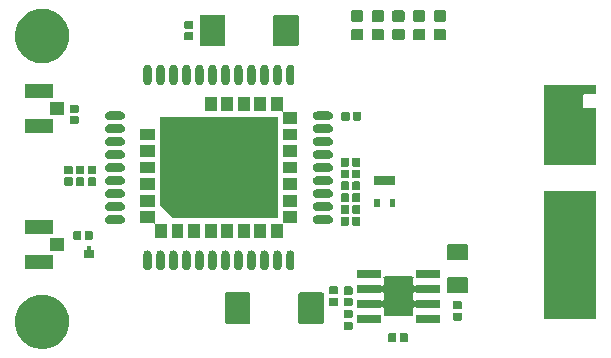
<source format=gbr>
G04 #@! TF.GenerationSoftware,KiCad,Pcbnew,(5.1.5-0-10_14)*
G04 #@! TF.CreationDate,2020-03-09T21:53:23-07:00*
G04 #@! TF.ProjectId,R1,52312e6b-6963-4616-945f-706362585858,rev?*
G04 #@! TF.SameCoordinates,Original*
G04 #@! TF.FileFunction,Soldermask,Top*
G04 #@! TF.FilePolarity,Negative*
%FSLAX46Y46*%
G04 Gerber Fmt 4.6, Leading zero omitted, Abs format (unit mm)*
G04 Created by KiCad (PCBNEW (5.1.5-0-10_14)) date 2020-03-09 21:53:23*
%MOMM*%
%LPD*%
G04 APERTURE LIST*
%ADD10C,0.100000*%
G04 APERTURE END LIST*
D10*
G36*
X128008212Y-110635119D02*
G01*
X128271177Y-110687426D01*
X128689932Y-110860880D01*
X129066802Y-111112696D01*
X129387304Y-111433198D01*
X129639120Y-111810068D01*
X129812574Y-112228823D01*
X129828077Y-112306764D01*
X129888054Y-112608284D01*
X129901000Y-112673371D01*
X129901000Y-113126629D01*
X129812574Y-113571177D01*
X129639120Y-113989932D01*
X129387304Y-114366802D01*
X129066802Y-114687304D01*
X128689932Y-114939120D01*
X128271177Y-115112574D01*
X128048903Y-115156787D01*
X127826630Y-115201000D01*
X127373370Y-115201000D01*
X127151097Y-115156787D01*
X126928823Y-115112574D01*
X126510068Y-114939120D01*
X126133198Y-114687304D01*
X125812696Y-114366802D01*
X125560880Y-113989932D01*
X125387426Y-113571177D01*
X125299000Y-113126629D01*
X125299000Y-112673371D01*
X125311947Y-112608284D01*
X125371923Y-112306764D01*
X125387426Y-112228823D01*
X125560880Y-111810068D01*
X125812696Y-111433198D01*
X126133198Y-111112696D01*
X126510068Y-110860880D01*
X126928823Y-110687426D01*
X127191788Y-110635119D01*
X127373370Y-110599000D01*
X127826630Y-110599000D01*
X128008212Y-110635119D01*
G37*
G36*
X157484438Y-113881716D02*
G01*
X157505057Y-113887971D01*
X157524053Y-113898124D01*
X157540708Y-113911792D01*
X157554376Y-113928447D01*
X157564529Y-113947443D01*
X157570784Y-113968062D01*
X157573500Y-113995640D01*
X157573500Y-114504360D01*
X157570784Y-114531938D01*
X157564529Y-114552557D01*
X157554376Y-114571553D01*
X157540708Y-114588208D01*
X157524053Y-114601876D01*
X157505057Y-114612029D01*
X157484438Y-114618284D01*
X157456860Y-114621000D01*
X156998140Y-114621000D01*
X156970562Y-114618284D01*
X156949943Y-114612029D01*
X156930947Y-114601876D01*
X156914292Y-114588208D01*
X156900624Y-114571553D01*
X156890471Y-114552557D01*
X156884216Y-114531938D01*
X156881500Y-114504360D01*
X156881500Y-113995640D01*
X156884216Y-113968062D01*
X156890471Y-113947443D01*
X156900624Y-113928447D01*
X156914292Y-113911792D01*
X156930947Y-113898124D01*
X156949943Y-113887971D01*
X156970562Y-113881716D01*
X156998140Y-113879000D01*
X157456860Y-113879000D01*
X157484438Y-113881716D01*
G37*
G36*
X158454438Y-113881716D02*
G01*
X158475057Y-113887971D01*
X158494053Y-113898124D01*
X158510708Y-113911792D01*
X158524376Y-113928447D01*
X158534529Y-113947443D01*
X158540784Y-113968062D01*
X158543500Y-113995640D01*
X158543500Y-114504360D01*
X158540784Y-114531938D01*
X158534529Y-114552557D01*
X158524376Y-114571553D01*
X158510708Y-114588208D01*
X158494053Y-114601876D01*
X158475057Y-114612029D01*
X158454438Y-114618284D01*
X158426860Y-114621000D01*
X157968140Y-114621000D01*
X157940562Y-114618284D01*
X157919943Y-114612029D01*
X157900947Y-114601876D01*
X157884292Y-114588208D01*
X157870624Y-114571553D01*
X157860471Y-114552557D01*
X157854216Y-114531938D01*
X157851500Y-114504360D01*
X157851500Y-113995640D01*
X157854216Y-113968062D01*
X157860471Y-113947443D01*
X157870624Y-113928447D01*
X157884292Y-113911792D01*
X157900947Y-113898124D01*
X157919943Y-113887971D01*
X157940562Y-113881716D01*
X157968140Y-113879000D01*
X158426860Y-113879000D01*
X158454438Y-113881716D01*
G37*
G36*
X153781938Y-112891716D02*
G01*
X153802557Y-112897971D01*
X153821553Y-112908124D01*
X153838208Y-112921792D01*
X153851876Y-112938447D01*
X153862029Y-112957443D01*
X153868284Y-112978062D01*
X153871000Y-113005640D01*
X153871000Y-113464360D01*
X153868284Y-113491938D01*
X153862029Y-113512557D01*
X153851876Y-113531553D01*
X153838208Y-113548208D01*
X153821553Y-113561876D01*
X153802557Y-113572029D01*
X153781938Y-113578284D01*
X153754360Y-113581000D01*
X153245640Y-113581000D01*
X153218062Y-113578284D01*
X153197443Y-113572029D01*
X153178447Y-113561876D01*
X153161792Y-113548208D01*
X153148124Y-113531553D01*
X153137971Y-113512557D01*
X153131716Y-113491938D01*
X153129000Y-113464360D01*
X153129000Y-113005640D01*
X153131716Y-112978062D01*
X153137971Y-112957443D01*
X153148124Y-112938447D01*
X153161792Y-112921792D01*
X153178447Y-112908124D01*
X153197443Y-112897971D01*
X153218062Y-112891716D01*
X153245640Y-112889000D01*
X153754360Y-112889000D01*
X153781938Y-112891716D01*
G37*
G36*
X151316132Y-110427810D02*
G01*
X151347423Y-110437302D01*
X151376263Y-110452717D01*
X151401539Y-110473461D01*
X151422283Y-110498737D01*
X151437698Y-110527577D01*
X151447190Y-110558868D01*
X151451000Y-110597551D01*
X151451000Y-112902449D01*
X151447190Y-112941132D01*
X151437698Y-112972423D01*
X151422283Y-113001263D01*
X151401539Y-113026539D01*
X151376263Y-113047283D01*
X151347423Y-113062698D01*
X151316132Y-113072190D01*
X151277449Y-113076000D01*
X149447551Y-113076000D01*
X149408868Y-113072190D01*
X149377577Y-113062698D01*
X149348737Y-113047283D01*
X149323461Y-113026539D01*
X149302717Y-113001263D01*
X149287302Y-112972423D01*
X149277810Y-112941132D01*
X149274000Y-112902449D01*
X149274000Y-110597551D01*
X149277810Y-110558868D01*
X149287302Y-110527577D01*
X149302717Y-110498737D01*
X149323461Y-110473461D01*
X149348737Y-110452717D01*
X149377577Y-110437302D01*
X149408868Y-110427810D01*
X149447551Y-110424000D01*
X151277449Y-110424000D01*
X151316132Y-110427810D01*
G37*
G36*
X145091132Y-110427810D02*
G01*
X145122423Y-110437302D01*
X145151263Y-110452717D01*
X145176539Y-110473461D01*
X145197283Y-110498737D01*
X145212698Y-110527577D01*
X145222190Y-110558868D01*
X145226000Y-110597551D01*
X145226000Y-112902449D01*
X145222190Y-112941132D01*
X145212698Y-112972423D01*
X145197283Y-113001263D01*
X145176539Y-113026539D01*
X145151263Y-113047283D01*
X145122423Y-113062698D01*
X145091132Y-113072190D01*
X145052449Y-113076000D01*
X143222551Y-113076000D01*
X143183868Y-113072190D01*
X143152577Y-113062698D01*
X143123737Y-113047283D01*
X143098461Y-113026539D01*
X143077717Y-113001263D01*
X143062302Y-112972423D01*
X143052810Y-112941132D01*
X143049000Y-112902449D01*
X143049000Y-110597551D01*
X143052810Y-110558868D01*
X143062302Y-110527577D01*
X143077717Y-110498737D01*
X143098461Y-110473461D01*
X143123737Y-110452717D01*
X143152577Y-110437302D01*
X143183868Y-110427810D01*
X143222551Y-110424000D01*
X145052449Y-110424000D01*
X145091132Y-110427810D01*
G37*
G36*
X156209928Y-112306764D02*
G01*
X156231009Y-112313160D01*
X156250445Y-112323548D01*
X156267477Y-112337525D01*
X156272376Y-112343495D01*
X156289703Y-112360822D01*
X156310078Y-112374436D01*
X156328092Y-112381898D01*
X156315760Y-112400355D01*
X156306382Y-112422994D01*
X156301000Y-112459279D01*
X156301000Y-112886860D01*
X156298236Y-112914928D01*
X156291840Y-112936009D01*
X156281452Y-112955445D01*
X156267476Y-112972476D01*
X156250445Y-112986452D01*
X156231009Y-112996840D01*
X156209928Y-113003236D01*
X156181860Y-113006000D01*
X154368140Y-113006000D01*
X154340072Y-113003236D01*
X154318991Y-112996840D01*
X154299555Y-112986452D01*
X154282524Y-112972476D01*
X154268548Y-112955445D01*
X154258160Y-112936009D01*
X154251764Y-112914928D01*
X154249000Y-112886860D01*
X154249000Y-112423140D01*
X154251764Y-112395072D01*
X154258160Y-112373991D01*
X154268548Y-112354555D01*
X154282524Y-112337524D01*
X154299555Y-112323548D01*
X154318991Y-112313160D01*
X154340072Y-112306764D01*
X154368140Y-112304000D01*
X156181860Y-112304000D01*
X156209928Y-112306764D01*
G37*
G36*
X161159928Y-112306764D02*
G01*
X161181009Y-112313160D01*
X161200445Y-112323548D01*
X161217476Y-112337524D01*
X161231452Y-112354555D01*
X161241840Y-112373991D01*
X161248236Y-112395072D01*
X161251000Y-112423140D01*
X161251000Y-112886860D01*
X161248236Y-112914928D01*
X161241840Y-112936009D01*
X161231452Y-112955445D01*
X161217476Y-112972476D01*
X161200445Y-112986452D01*
X161181009Y-112996840D01*
X161159928Y-113003236D01*
X161131860Y-113006000D01*
X159318140Y-113006000D01*
X159290072Y-113003236D01*
X159268991Y-112996840D01*
X159249555Y-112986452D01*
X159232524Y-112972476D01*
X159218548Y-112955445D01*
X159208160Y-112936009D01*
X159201764Y-112914928D01*
X159199000Y-112886860D01*
X159199000Y-112459279D01*
X159196598Y-112434893D01*
X159189485Y-112411444D01*
X159177934Y-112389833D01*
X159171442Y-112381922D01*
X159178834Y-112379680D01*
X159200445Y-112368129D01*
X159227624Y-112343495D01*
X159232523Y-112337525D01*
X159249555Y-112323548D01*
X159268991Y-112313160D01*
X159290072Y-112306764D01*
X159318140Y-112304000D01*
X161131860Y-112304000D01*
X161159928Y-112306764D01*
G37*
G36*
X163031938Y-112126716D02*
G01*
X163052557Y-112132971D01*
X163071553Y-112143124D01*
X163088208Y-112156792D01*
X163101876Y-112173447D01*
X163112029Y-112192443D01*
X163118284Y-112213062D01*
X163121000Y-112240640D01*
X163121000Y-112699360D01*
X163118284Y-112726938D01*
X163112029Y-112747557D01*
X163101876Y-112766553D01*
X163088208Y-112783208D01*
X163071553Y-112796876D01*
X163052557Y-112807029D01*
X163031938Y-112813284D01*
X163004360Y-112816000D01*
X162495640Y-112816000D01*
X162468062Y-112813284D01*
X162447443Y-112807029D01*
X162428447Y-112796876D01*
X162411792Y-112783208D01*
X162398124Y-112766553D01*
X162387971Y-112747557D01*
X162381716Y-112726938D01*
X162379000Y-112699360D01*
X162379000Y-112240640D01*
X162381716Y-112213062D01*
X162387971Y-112192443D01*
X162398124Y-112173447D01*
X162411792Y-112156792D01*
X162428447Y-112143124D01*
X162447443Y-112132971D01*
X162468062Y-112126716D01*
X162495640Y-112124000D01*
X163004360Y-112124000D01*
X163031938Y-112126716D01*
G37*
G36*
X174451000Y-112651000D02*
G01*
X170049000Y-112651000D01*
X170049000Y-101849000D01*
X174451000Y-101849000D01*
X174451000Y-112651000D01*
G37*
G36*
X153781938Y-111921716D02*
G01*
X153802557Y-111927971D01*
X153821553Y-111938124D01*
X153838208Y-111951792D01*
X153851876Y-111968447D01*
X153862029Y-111987443D01*
X153868284Y-112008062D01*
X153871000Y-112035640D01*
X153871000Y-112494360D01*
X153868284Y-112521938D01*
X153862029Y-112542557D01*
X153851876Y-112561553D01*
X153838208Y-112578208D01*
X153821553Y-112591876D01*
X153802557Y-112602029D01*
X153781938Y-112608284D01*
X153754360Y-112611000D01*
X153245640Y-112611000D01*
X153218062Y-112608284D01*
X153197443Y-112602029D01*
X153178447Y-112591876D01*
X153161792Y-112578208D01*
X153148124Y-112561553D01*
X153137971Y-112542557D01*
X153131716Y-112521938D01*
X153129000Y-112494360D01*
X153129000Y-112035640D01*
X153131716Y-112008062D01*
X153137971Y-111987443D01*
X153148124Y-111968447D01*
X153161792Y-111951792D01*
X153178447Y-111938124D01*
X153197443Y-111927971D01*
X153218062Y-111921716D01*
X153245640Y-111919000D01*
X153754360Y-111919000D01*
X153781938Y-111921716D01*
G37*
G36*
X158875877Y-109052696D02*
G01*
X158906062Y-109061853D01*
X158933883Y-109076723D01*
X158958266Y-109096734D01*
X158977376Y-109120020D01*
X158994703Y-109137347D01*
X159015077Y-109150960D01*
X159033092Y-109158423D01*
X159020759Y-109176881D01*
X159011382Y-109199519D01*
X159006000Y-109235804D01*
X159006000Y-109724196D01*
X159008402Y-109748582D01*
X159015515Y-109772031D01*
X159027066Y-109793642D01*
X159042611Y-109812584D01*
X159061553Y-109828129D01*
X159083164Y-109839680D01*
X159106613Y-109846793D01*
X159130999Y-109849195D01*
X159155385Y-109846793D01*
X159178834Y-109839680D01*
X159200445Y-109828129D01*
X159227624Y-109803495D01*
X159232523Y-109797525D01*
X159249555Y-109783548D01*
X159268991Y-109773160D01*
X159290072Y-109766764D01*
X159318140Y-109764000D01*
X161131860Y-109764000D01*
X161159928Y-109766764D01*
X161181009Y-109773160D01*
X161200445Y-109783548D01*
X161217476Y-109797524D01*
X161231452Y-109814555D01*
X161241840Y-109833991D01*
X161248236Y-109855072D01*
X161251000Y-109883140D01*
X161251000Y-110346860D01*
X161248236Y-110374928D01*
X161241840Y-110396009D01*
X161231452Y-110415445D01*
X161217476Y-110432476D01*
X161200445Y-110446452D01*
X161181009Y-110456840D01*
X161159928Y-110463236D01*
X161131860Y-110466000D01*
X159318140Y-110466000D01*
X159290072Y-110463236D01*
X159268991Y-110456840D01*
X159249555Y-110446452D01*
X159232523Y-110432475D01*
X159227624Y-110426505D01*
X159210297Y-110409178D01*
X159189922Y-110395564D01*
X159167284Y-110386187D01*
X159143250Y-110381407D01*
X159118746Y-110381407D01*
X159094713Y-110386188D01*
X159072074Y-110395565D01*
X159051700Y-110409179D01*
X159034373Y-110426506D01*
X159020759Y-110446881D01*
X159011382Y-110469519D01*
X159006000Y-110505804D01*
X159006000Y-110994196D01*
X159008402Y-111018582D01*
X159015515Y-111042031D01*
X159027066Y-111063642D01*
X159042611Y-111082584D01*
X159061553Y-111098129D01*
X159083164Y-111109680D01*
X159106613Y-111116793D01*
X159130999Y-111119195D01*
X159155385Y-111116793D01*
X159178834Y-111109680D01*
X159200445Y-111098129D01*
X159227624Y-111073495D01*
X159232523Y-111067525D01*
X159249555Y-111053548D01*
X159268991Y-111043160D01*
X159290072Y-111036764D01*
X159318140Y-111034000D01*
X161131860Y-111034000D01*
X161159928Y-111036764D01*
X161181009Y-111043160D01*
X161200445Y-111053548D01*
X161217476Y-111067524D01*
X161231452Y-111084555D01*
X161241840Y-111103991D01*
X161248236Y-111125072D01*
X161251000Y-111153140D01*
X161251000Y-111616860D01*
X161248236Y-111644928D01*
X161241840Y-111666009D01*
X161231452Y-111685445D01*
X161217476Y-111702476D01*
X161200445Y-111716452D01*
X161181009Y-111726840D01*
X161159928Y-111733236D01*
X161131860Y-111736000D01*
X159318140Y-111736000D01*
X159290072Y-111733236D01*
X159268991Y-111726840D01*
X159249555Y-111716452D01*
X159232523Y-111702475D01*
X159227624Y-111696505D01*
X159210297Y-111679178D01*
X159189922Y-111665564D01*
X159167284Y-111656187D01*
X159143250Y-111651407D01*
X159118746Y-111651407D01*
X159094713Y-111656188D01*
X159072074Y-111665565D01*
X159051700Y-111679179D01*
X159034373Y-111696506D01*
X159020759Y-111716881D01*
X159011382Y-111739519D01*
X159006000Y-111775804D01*
X159006000Y-112264196D01*
X159008402Y-112288582D01*
X159015515Y-112312031D01*
X159027066Y-112333642D01*
X159033558Y-112341553D01*
X159026166Y-112343795D01*
X159004555Y-112355346D01*
X158977376Y-112379980D01*
X158958266Y-112403266D01*
X158933883Y-112423277D01*
X158906062Y-112438147D01*
X158875877Y-112447304D01*
X158838348Y-112451000D01*
X156661652Y-112451000D01*
X156624123Y-112447304D01*
X156593938Y-112438147D01*
X156566117Y-112423277D01*
X156541734Y-112403266D01*
X156522624Y-112379980D01*
X156505297Y-112362653D01*
X156484923Y-112349040D01*
X156466908Y-112341577D01*
X156479241Y-112323119D01*
X156488618Y-112300481D01*
X156494000Y-112264196D01*
X156494000Y-111775804D01*
X156491598Y-111751418D01*
X156484485Y-111727969D01*
X156472934Y-111706358D01*
X156457389Y-111687416D01*
X156438447Y-111671871D01*
X156416836Y-111660320D01*
X156393387Y-111653207D01*
X156369001Y-111650805D01*
X156344615Y-111653207D01*
X156321166Y-111660320D01*
X156299555Y-111671871D01*
X156272376Y-111696505D01*
X156267477Y-111702475D01*
X156250445Y-111716452D01*
X156231009Y-111726840D01*
X156209928Y-111733236D01*
X156181860Y-111736000D01*
X154368140Y-111736000D01*
X154340072Y-111733236D01*
X154318991Y-111726840D01*
X154299555Y-111716452D01*
X154282524Y-111702476D01*
X154268548Y-111685445D01*
X154258160Y-111666009D01*
X154251764Y-111644928D01*
X154249000Y-111616860D01*
X154249000Y-111153140D01*
X154251764Y-111125072D01*
X154258160Y-111103991D01*
X154268548Y-111084555D01*
X154282524Y-111067524D01*
X154299555Y-111053548D01*
X154318991Y-111043160D01*
X154340072Y-111036764D01*
X154368140Y-111034000D01*
X156181860Y-111034000D01*
X156209928Y-111036764D01*
X156231009Y-111043160D01*
X156250445Y-111053548D01*
X156267477Y-111067525D01*
X156272376Y-111073495D01*
X156289703Y-111090822D01*
X156310078Y-111104436D01*
X156332716Y-111113813D01*
X156356750Y-111118593D01*
X156381254Y-111118593D01*
X156405287Y-111113812D01*
X156427926Y-111104435D01*
X156448300Y-111090821D01*
X156465627Y-111073494D01*
X156479241Y-111053119D01*
X156488618Y-111030481D01*
X156494000Y-110994196D01*
X156494000Y-110505804D01*
X156491598Y-110481418D01*
X156484485Y-110457969D01*
X156472934Y-110436358D01*
X156457389Y-110417416D01*
X156438447Y-110401871D01*
X156416836Y-110390320D01*
X156393387Y-110383207D01*
X156369001Y-110380805D01*
X156344615Y-110383207D01*
X156321166Y-110390320D01*
X156299555Y-110401871D01*
X156272376Y-110426505D01*
X156267477Y-110432475D01*
X156250445Y-110446452D01*
X156231009Y-110456840D01*
X156209928Y-110463236D01*
X156181860Y-110466000D01*
X154368140Y-110466000D01*
X154340072Y-110463236D01*
X154318991Y-110456840D01*
X154299555Y-110446452D01*
X154282524Y-110432476D01*
X154268548Y-110415445D01*
X154258160Y-110396009D01*
X154251764Y-110374928D01*
X154249000Y-110346860D01*
X154249000Y-109883140D01*
X154251764Y-109855072D01*
X154258160Y-109833991D01*
X154268548Y-109814555D01*
X154282524Y-109797524D01*
X154299555Y-109783548D01*
X154318991Y-109773160D01*
X154340072Y-109766764D01*
X154368140Y-109764000D01*
X156181860Y-109764000D01*
X156209928Y-109766764D01*
X156231009Y-109773160D01*
X156250445Y-109783548D01*
X156267477Y-109797525D01*
X156272376Y-109803495D01*
X156289703Y-109820822D01*
X156310078Y-109834436D01*
X156332716Y-109843813D01*
X156356750Y-109848593D01*
X156381254Y-109848593D01*
X156405287Y-109843812D01*
X156427926Y-109834435D01*
X156448300Y-109820821D01*
X156465627Y-109803494D01*
X156479241Y-109783119D01*
X156488618Y-109760481D01*
X156494000Y-109724196D01*
X156494000Y-109235804D01*
X156491598Y-109211418D01*
X156484485Y-109187969D01*
X156472934Y-109166358D01*
X156466442Y-109158447D01*
X156473834Y-109156205D01*
X156495445Y-109144654D01*
X156522624Y-109120020D01*
X156541734Y-109096734D01*
X156566117Y-109076723D01*
X156593938Y-109061853D01*
X156624123Y-109052696D01*
X156661652Y-109049000D01*
X158838348Y-109049000D01*
X158875877Y-109052696D01*
G37*
G36*
X163031938Y-111156716D02*
G01*
X163052557Y-111162971D01*
X163071553Y-111173124D01*
X163088208Y-111186792D01*
X163101876Y-111203447D01*
X163112029Y-111222443D01*
X163118284Y-111243062D01*
X163121000Y-111270640D01*
X163121000Y-111729360D01*
X163118284Y-111756938D01*
X163112029Y-111777557D01*
X163101876Y-111796553D01*
X163088208Y-111813208D01*
X163071553Y-111826876D01*
X163052557Y-111837029D01*
X163031938Y-111843284D01*
X163004360Y-111846000D01*
X162495640Y-111846000D01*
X162468062Y-111843284D01*
X162447443Y-111837029D01*
X162428447Y-111826876D01*
X162411792Y-111813208D01*
X162398124Y-111796553D01*
X162387971Y-111777557D01*
X162381716Y-111756938D01*
X162379000Y-111729360D01*
X162379000Y-111270640D01*
X162381716Y-111243062D01*
X162387971Y-111222443D01*
X162398124Y-111203447D01*
X162411792Y-111186792D01*
X162428447Y-111173124D01*
X162447443Y-111162971D01*
X162468062Y-111156716D01*
X162495640Y-111154000D01*
X163004360Y-111154000D01*
X163031938Y-111156716D01*
G37*
G36*
X153781938Y-110891716D02*
G01*
X153802557Y-110897971D01*
X153821553Y-110908124D01*
X153838208Y-110921792D01*
X153851876Y-110938447D01*
X153862029Y-110957443D01*
X153868284Y-110978062D01*
X153871000Y-111005640D01*
X153871000Y-111464360D01*
X153868284Y-111491938D01*
X153862029Y-111512557D01*
X153851876Y-111531553D01*
X153838208Y-111548208D01*
X153821553Y-111561876D01*
X153802557Y-111572029D01*
X153781938Y-111578284D01*
X153754360Y-111581000D01*
X153245640Y-111581000D01*
X153218062Y-111578284D01*
X153197443Y-111572029D01*
X153178447Y-111561876D01*
X153161792Y-111548208D01*
X153148124Y-111531553D01*
X153137971Y-111512557D01*
X153131716Y-111491938D01*
X153129000Y-111464360D01*
X153129000Y-111005640D01*
X153131716Y-110978062D01*
X153137971Y-110957443D01*
X153148124Y-110938447D01*
X153161792Y-110921792D01*
X153178447Y-110908124D01*
X153197443Y-110897971D01*
X153218062Y-110891716D01*
X153245640Y-110889000D01*
X153754360Y-110889000D01*
X153781938Y-110891716D01*
G37*
G36*
X152531938Y-110876716D02*
G01*
X152552557Y-110882971D01*
X152571553Y-110893124D01*
X152588208Y-110906792D01*
X152601876Y-110923447D01*
X152612029Y-110942443D01*
X152618284Y-110963062D01*
X152621000Y-110990640D01*
X152621000Y-111449360D01*
X152618284Y-111476938D01*
X152612029Y-111497557D01*
X152601876Y-111516553D01*
X152588208Y-111533208D01*
X152571553Y-111546876D01*
X152552557Y-111557029D01*
X152531938Y-111563284D01*
X152504360Y-111566000D01*
X151995640Y-111566000D01*
X151968062Y-111563284D01*
X151947443Y-111557029D01*
X151928447Y-111546876D01*
X151911792Y-111533208D01*
X151898124Y-111516553D01*
X151887971Y-111497557D01*
X151881716Y-111476938D01*
X151879000Y-111449360D01*
X151879000Y-110990640D01*
X151881716Y-110963062D01*
X151887971Y-110942443D01*
X151898124Y-110923447D01*
X151911792Y-110906792D01*
X151928447Y-110893124D01*
X151947443Y-110882971D01*
X151968062Y-110876716D01*
X151995640Y-110874000D01*
X152504360Y-110874000D01*
X152531938Y-110876716D01*
G37*
G36*
X153781938Y-109921716D02*
G01*
X153802557Y-109927971D01*
X153821553Y-109938124D01*
X153838208Y-109951792D01*
X153851876Y-109968447D01*
X153862029Y-109987443D01*
X153868284Y-110008062D01*
X153871000Y-110035640D01*
X153871000Y-110494360D01*
X153868284Y-110521938D01*
X153862029Y-110542557D01*
X153851876Y-110561553D01*
X153838208Y-110578208D01*
X153821553Y-110591876D01*
X153802557Y-110602029D01*
X153781938Y-110608284D01*
X153754360Y-110611000D01*
X153245640Y-110611000D01*
X153218062Y-110608284D01*
X153197443Y-110602029D01*
X153178447Y-110591876D01*
X153161792Y-110578208D01*
X153148124Y-110561553D01*
X153137971Y-110542557D01*
X153131716Y-110521938D01*
X153129000Y-110494360D01*
X153129000Y-110035640D01*
X153131716Y-110008062D01*
X153137971Y-109987443D01*
X153148124Y-109968447D01*
X153161792Y-109951792D01*
X153178447Y-109938124D01*
X153197443Y-109927971D01*
X153218062Y-109921716D01*
X153245640Y-109919000D01*
X153754360Y-109919000D01*
X153781938Y-109921716D01*
G37*
G36*
X152531938Y-109906716D02*
G01*
X152552557Y-109912971D01*
X152571553Y-109923124D01*
X152588208Y-109936792D01*
X152601876Y-109953447D01*
X152612029Y-109972443D01*
X152618284Y-109993062D01*
X152621000Y-110020640D01*
X152621000Y-110479360D01*
X152618284Y-110506938D01*
X152612029Y-110527557D01*
X152601876Y-110546553D01*
X152588208Y-110563208D01*
X152571553Y-110576876D01*
X152552557Y-110587029D01*
X152531938Y-110593284D01*
X152504360Y-110596000D01*
X151995640Y-110596000D01*
X151968062Y-110593284D01*
X151947443Y-110587029D01*
X151928447Y-110576876D01*
X151911792Y-110563208D01*
X151898124Y-110546553D01*
X151887971Y-110527557D01*
X151881716Y-110506938D01*
X151879000Y-110479360D01*
X151879000Y-110020640D01*
X151881716Y-109993062D01*
X151887971Y-109972443D01*
X151898124Y-109953447D01*
X151911792Y-109936792D01*
X151928447Y-109923124D01*
X151947443Y-109912971D01*
X151968062Y-109906716D01*
X151995640Y-109904000D01*
X152504360Y-109904000D01*
X152531938Y-109906716D01*
G37*
G36*
X163518604Y-109128347D02*
G01*
X163555144Y-109139432D01*
X163588821Y-109157433D01*
X163618341Y-109181659D01*
X163642567Y-109211179D01*
X163660568Y-109244856D01*
X163671653Y-109281396D01*
X163676000Y-109325538D01*
X163676000Y-110274462D01*
X163671653Y-110318604D01*
X163660568Y-110355144D01*
X163642567Y-110388821D01*
X163618341Y-110418341D01*
X163588821Y-110442567D01*
X163555144Y-110460568D01*
X163518604Y-110471653D01*
X163474462Y-110476000D01*
X162025538Y-110476000D01*
X161981396Y-110471653D01*
X161944856Y-110460568D01*
X161911179Y-110442567D01*
X161881659Y-110418341D01*
X161857433Y-110388821D01*
X161839432Y-110355144D01*
X161828347Y-110318604D01*
X161824000Y-110274462D01*
X161824000Y-109325538D01*
X161828347Y-109281396D01*
X161839432Y-109244856D01*
X161857433Y-109211179D01*
X161881659Y-109181659D01*
X161911179Y-109157433D01*
X161944856Y-109139432D01*
X161981396Y-109128347D01*
X162025538Y-109124000D01*
X163474462Y-109124000D01*
X163518604Y-109128347D01*
G37*
G36*
X161159928Y-108496764D02*
G01*
X161181009Y-108503160D01*
X161200445Y-108513548D01*
X161217476Y-108527524D01*
X161231452Y-108544555D01*
X161241840Y-108563991D01*
X161248236Y-108585072D01*
X161251000Y-108613140D01*
X161251000Y-109076860D01*
X161248236Y-109104928D01*
X161241840Y-109126009D01*
X161231452Y-109145445D01*
X161217476Y-109162476D01*
X161200445Y-109176452D01*
X161181009Y-109186840D01*
X161159928Y-109193236D01*
X161131860Y-109196000D01*
X159318140Y-109196000D01*
X159290072Y-109193236D01*
X159268991Y-109186840D01*
X159249555Y-109176452D01*
X159232523Y-109162475D01*
X159227624Y-109156505D01*
X159210297Y-109139178D01*
X159189922Y-109125564D01*
X159171908Y-109118102D01*
X159184240Y-109099645D01*
X159193618Y-109077006D01*
X159199000Y-109040721D01*
X159199000Y-108613140D01*
X159201764Y-108585072D01*
X159208160Y-108563991D01*
X159218548Y-108544555D01*
X159232524Y-108527524D01*
X159249555Y-108513548D01*
X159268991Y-108503160D01*
X159290072Y-108496764D01*
X159318140Y-108494000D01*
X161131860Y-108494000D01*
X161159928Y-108496764D01*
G37*
G36*
X156209928Y-108496764D02*
G01*
X156231009Y-108503160D01*
X156250445Y-108513548D01*
X156267476Y-108527524D01*
X156281452Y-108544555D01*
X156291840Y-108563991D01*
X156298236Y-108585072D01*
X156301000Y-108613140D01*
X156301000Y-109040721D01*
X156303402Y-109065107D01*
X156310515Y-109088556D01*
X156322066Y-109110167D01*
X156328558Y-109118078D01*
X156321166Y-109120320D01*
X156299555Y-109131871D01*
X156272376Y-109156505D01*
X156267477Y-109162475D01*
X156250445Y-109176452D01*
X156231009Y-109186840D01*
X156209928Y-109193236D01*
X156181860Y-109196000D01*
X154368140Y-109196000D01*
X154340072Y-109193236D01*
X154318991Y-109186840D01*
X154299555Y-109176452D01*
X154282524Y-109162476D01*
X154268548Y-109145445D01*
X154258160Y-109126009D01*
X154251764Y-109104928D01*
X154249000Y-109076860D01*
X154249000Y-108613140D01*
X154251764Y-108585072D01*
X154258160Y-108563991D01*
X154268548Y-108544555D01*
X154282524Y-108527524D01*
X154299555Y-108513548D01*
X154318991Y-108503160D01*
X154340072Y-108496764D01*
X154368140Y-108494000D01*
X156181860Y-108494000D01*
X156209928Y-108496764D01*
G37*
G36*
X137605661Y-106847860D02*
G01*
X137668808Y-106854078D01*
X137734969Y-106874149D01*
X137734971Y-106874150D01*
X137795948Y-106906742D01*
X137795950Y-106906743D01*
X137795949Y-106906743D01*
X137849396Y-106950604D01*
X137881777Y-106990062D01*
X137893258Y-107004051D01*
X137925850Y-107065028D01*
X137925850Y-107065029D01*
X137925851Y-107065031D01*
X137945922Y-107131191D01*
X137951000Y-107182756D01*
X137951000Y-108217244D01*
X137945922Y-108268809D01*
X137925851Y-108334969D01*
X137925850Y-108334972D01*
X137893258Y-108395949D01*
X137877707Y-108414897D01*
X137849396Y-108449396D01*
X137814897Y-108477707D01*
X137795949Y-108493258D01*
X137734972Y-108525850D01*
X137734969Y-108525851D01*
X137668808Y-108545922D01*
X137600001Y-108552698D01*
X137600000Y-108552698D01*
X137594339Y-108552140D01*
X137531192Y-108545922D01*
X137465032Y-108525851D01*
X137465029Y-108525850D01*
X137404052Y-108493258D01*
X137385104Y-108477707D01*
X137350605Y-108449396D01*
X137322294Y-108414897D01*
X137306743Y-108395949D01*
X137274151Y-108334972D01*
X137274150Y-108334969D01*
X137254079Y-108268809D01*
X137249001Y-108217244D01*
X137249000Y-107182756D01*
X137254078Y-107131192D01*
X137274149Y-107065031D01*
X137306743Y-107004051D01*
X137350604Y-106950604D01*
X137390062Y-106918223D01*
X137404051Y-106906742D01*
X137465028Y-106874150D01*
X137465031Y-106874149D01*
X137531192Y-106854078D01*
X137599999Y-106847302D01*
X137600000Y-106847302D01*
X137605661Y-106847860D01*
G37*
G36*
X136505661Y-106847860D02*
G01*
X136568808Y-106854078D01*
X136634969Y-106874149D01*
X136634971Y-106874150D01*
X136695948Y-106906742D01*
X136695950Y-106906743D01*
X136695949Y-106906743D01*
X136749396Y-106950604D01*
X136781777Y-106990062D01*
X136793258Y-107004051D01*
X136825850Y-107065028D01*
X136825850Y-107065029D01*
X136825851Y-107065031D01*
X136845922Y-107131191D01*
X136851000Y-107182756D01*
X136851000Y-108217244D01*
X136845922Y-108268809D01*
X136825851Y-108334969D01*
X136825850Y-108334972D01*
X136793258Y-108395949D01*
X136777707Y-108414897D01*
X136749396Y-108449396D01*
X136714897Y-108477707D01*
X136695949Y-108493258D01*
X136634972Y-108525850D01*
X136634969Y-108525851D01*
X136568808Y-108545922D01*
X136500001Y-108552698D01*
X136500000Y-108552698D01*
X136494339Y-108552140D01*
X136431192Y-108545922D01*
X136365032Y-108525851D01*
X136365029Y-108525850D01*
X136304052Y-108493258D01*
X136285104Y-108477707D01*
X136250605Y-108449396D01*
X136222294Y-108414897D01*
X136206743Y-108395949D01*
X136174151Y-108334972D01*
X136174150Y-108334969D01*
X136154079Y-108268809D01*
X136149001Y-108217244D01*
X136149000Y-107182756D01*
X136154078Y-107131192D01*
X136174149Y-107065031D01*
X136206743Y-107004051D01*
X136250604Y-106950604D01*
X136290062Y-106918223D01*
X136304051Y-106906742D01*
X136365028Y-106874150D01*
X136365031Y-106874149D01*
X136431192Y-106854078D01*
X136499999Y-106847302D01*
X136500000Y-106847302D01*
X136505661Y-106847860D01*
G37*
G36*
X138705661Y-106847860D02*
G01*
X138768808Y-106854078D01*
X138834969Y-106874149D01*
X138834971Y-106874150D01*
X138895948Y-106906742D01*
X138895950Y-106906743D01*
X138895949Y-106906743D01*
X138949396Y-106950604D01*
X138981777Y-106990062D01*
X138993258Y-107004051D01*
X139025850Y-107065028D01*
X139025850Y-107065029D01*
X139025851Y-107065031D01*
X139045922Y-107131191D01*
X139051000Y-107182756D01*
X139051000Y-108217244D01*
X139045922Y-108268809D01*
X139025851Y-108334969D01*
X139025850Y-108334972D01*
X138993258Y-108395949D01*
X138977707Y-108414897D01*
X138949396Y-108449396D01*
X138914897Y-108477707D01*
X138895949Y-108493258D01*
X138834972Y-108525850D01*
X138834969Y-108525851D01*
X138768808Y-108545922D01*
X138700001Y-108552698D01*
X138700000Y-108552698D01*
X138694339Y-108552140D01*
X138631192Y-108545922D01*
X138565032Y-108525851D01*
X138565029Y-108525850D01*
X138504052Y-108493258D01*
X138485104Y-108477707D01*
X138450605Y-108449396D01*
X138422294Y-108414897D01*
X138406743Y-108395949D01*
X138374151Y-108334972D01*
X138374150Y-108334969D01*
X138354079Y-108268809D01*
X138349001Y-108217244D01*
X138349000Y-107182756D01*
X138354078Y-107131192D01*
X138374149Y-107065031D01*
X138406743Y-107004051D01*
X138450604Y-106950604D01*
X138490062Y-106918223D01*
X138504051Y-106906742D01*
X138565028Y-106874150D01*
X138565031Y-106874149D01*
X138631192Y-106854078D01*
X138699999Y-106847302D01*
X138700000Y-106847302D01*
X138705661Y-106847860D01*
G37*
G36*
X139805661Y-106847860D02*
G01*
X139868808Y-106854078D01*
X139934969Y-106874149D01*
X139934971Y-106874150D01*
X139995948Y-106906742D01*
X139995950Y-106906743D01*
X139995949Y-106906743D01*
X140049396Y-106950604D01*
X140081777Y-106990062D01*
X140093258Y-107004051D01*
X140125850Y-107065028D01*
X140125850Y-107065029D01*
X140125851Y-107065031D01*
X140145922Y-107131191D01*
X140151000Y-107182756D01*
X140151000Y-108217244D01*
X140145922Y-108268809D01*
X140125851Y-108334969D01*
X140125850Y-108334972D01*
X140093258Y-108395949D01*
X140077707Y-108414897D01*
X140049396Y-108449396D01*
X140014897Y-108477707D01*
X139995949Y-108493258D01*
X139934972Y-108525850D01*
X139934969Y-108525851D01*
X139868808Y-108545922D01*
X139800001Y-108552698D01*
X139800000Y-108552698D01*
X139794339Y-108552140D01*
X139731192Y-108545922D01*
X139665032Y-108525851D01*
X139665029Y-108525850D01*
X139604052Y-108493258D01*
X139585104Y-108477707D01*
X139550605Y-108449396D01*
X139522294Y-108414897D01*
X139506743Y-108395949D01*
X139474151Y-108334972D01*
X139474150Y-108334969D01*
X139454079Y-108268809D01*
X139449001Y-108217244D01*
X139449000Y-107182756D01*
X139454078Y-107131192D01*
X139474149Y-107065031D01*
X139506743Y-107004051D01*
X139550604Y-106950604D01*
X139590062Y-106918223D01*
X139604051Y-106906742D01*
X139665028Y-106874150D01*
X139665031Y-106874149D01*
X139731192Y-106854078D01*
X139799999Y-106847302D01*
X139800000Y-106847302D01*
X139805661Y-106847860D01*
G37*
G36*
X140905661Y-106847860D02*
G01*
X140968808Y-106854078D01*
X141034969Y-106874149D01*
X141034971Y-106874150D01*
X141095948Y-106906742D01*
X141095950Y-106906743D01*
X141095949Y-106906743D01*
X141149396Y-106950604D01*
X141181777Y-106990062D01*
X141193258Y-107004051D01*
X141225850Y-107065028D01*
X141225850Y-107065029D01*
X141225851Y-107065031D01*
X141245922Y-107131191D01*
X141251000Y-107182756D01*
X141251000Y-108217244D01*
X141245922Y-108268809D01*
X141225851Y-108334969D01*
X141225850Y-108334972D01*
X141193258Y-108395949D01*
X141177707Y-108414897D01*
X141149396Y-108449396D01*
X141114897Y-108477707D01*
X141095949Y-108493258D01*
X141034972Y-108525850D01*
X141034969Y-108525851D01*
X140968808Y-108545922D01*
X140900001Y-108552698D01*
X140900000Y-108552698D01*
X140894339Y-108552140D01*
X140831192Y-108545922D01*
X140765032Y-108525851D01*
X140765029Y-108525850D01*
X140704052Y-108493258D01*
X140685104Y-108477707D01*
X140650605Y-108449396D01*
X140622294Y-108414897D01*
X140606743Y-108395949D01*
X140574151Y-108334972D01*
X140574150Y-108334969D01*
X140554079Y-108268809D01*
X140549001Y-108217244D01*
X140549000Y-107182756D01*
X140554078Y-107131192D01*
X140574149Y-107065031D01*
X140606743Y-107004051D01*
X140650604Y-106950604D01*
X140690062Y-106918223D01*
X140704051Y-106906742D01*
X140765028Y-106874150D01*
X140765031Y-106874149D01*
X140831192Y-106854078D01*
X140899999Y-106847302D01*
X140900000Y-106847302D01*
X140905661Y-106847860D01*
G37*
G36*
X142005661Y-106847860D02*
G01*
X142068808Y-106854078D01*
X142134969Y-106874149D01*
X142134971Y-106874150D01*
X142195948Y-106906742D01*
X142195950Y-106906743D01*
X142195949Y-106906743D01*
X142249396Y-106950604D01*
X142281777Y-106990062D01*
X142293258Y-107004051D01*
X142325850Y-107065028D01*
X142325850Y-107065029D01*
X142325851Y-107065031D01*
X142345922Y-107131191D01*
X142351000Y-107182756D01*
X142351000Y-108217244D01*
X142345922Y-108268809D01*
X142325851Y-108334969D01*
X142325850Y-108334972D01*
X142293258Y-108395949D01*
X142277707Y-108414897D01*
X142249396Y-108449396D01*
X142214897Y-108477707D01*
X142195949Y-108493258D01*
X142134972Y-108525850D01*
X142134969Y-108525851D01*
X142068808Y-108545922D01*
X142000001Y-108552698D01*
X142000000Y-108552698D01*
X141994339Y-108552140D01*
X141931192Y-108545922D01*
X141865032Y-108525851D01*
X141865029Y-108525850D01*
X141804052Y-108493258D01*
X141785104Y-108477707D01*
X141750605Y-108449396D01*
X141722294Y-108414897D01*
X141706743Y-108395949D01*
X141674151Y-108334972D01*
X141674150Y-108334969D01*
X141654079Y-108268809D01*
X141649001Y-108217244D01*
X141649000Y-107182756D01*
X141654078Y-107131192D01*
X141674149Y-107065031D01*
X141706743Y-107004051D01*
X141750604Y-106950604D01*
X141790062Y-106918223D01*
X141804051Y-106906742D01*
X141865028Y-106874150D01*
X141865031Y-106874149D01*
X141931192Y-106854078D01*
X141999999Y-106847302D01*
X142000000Y-106847302D01*
X142005661Y-106847860D01*
G37*
G36*
X148605661Y-106847860D02*
G01*
X148668808Y-106854078D01*
X148734969Y-106874149D01*
X148734971Y-106874150D01*
X148795948Y-106906742D01*
X148795950Y-106906743D01*
X148795949Y-106906743D01*
X148849396Y-106950604D01*
X148881777Y-106990062D01*
X148893258Y-107004051D01*
X148925850Y-107065028D01*
X148925850Y-107065029D01*
X148925851Y-107065031D01*
X148945922Y-107131191D01*
X148951000Y-107182756D01*
X148951000Y-108217244D01*
X148945922Y-108268809D01*
X148925851Y-108334969D01*
X148925850Y-108334972D01*
X148893258Y-108395949D01*
X148877707Y-108414897D01*
X148849396Y-108449396D01*
X148814897Y-108477707D01*
X148795949Y-108493258D01*
X148734972Y-108525850D01*
X148734969Y-108525851D01*
X148668808Y-108545922D01*
X148600001Y-108552698D01*
X148600000Y-108552698D01*
X148594339Y-108552140D01*
X148531192Y-108545922D01*
X148465032Y-108525851D01*
X148465029Y-108525850D01*
X148404052Y-108493258D01*
X148385104Y-108477707D01*
X148350605Y-108449396D01*
X148322294Y-108414897D01*
X148306743Y-108395949D01*
X148274151Y-108334972D01*
X148274150Y-108334969D01*
X148254079Y-108268809D01*
X148249001Y-108217244D01*
X148249000Y-107182756D01*
X148254078Y-107131192D01*
X148274149Y-107065031D01*
X148306743Y-107004051D01*
X148350604Y-106950604D01*
X148390062Y-106918223D01*
X148404051Y-106906742D01*
X148465028Y-106874150D01*
X148465031Y-106874149D01*
X148531192Y-106854078D01*
X148599999Y-106847302D01*
X148600000Y-106847302D01*
X148605661Y-106847860D01*
G37*
G36*
X147505661Y-106847860D02*
G01*
X147568808Y-106854078D01*
X147634969Y-106874149D01*
X147634971Y-106874150D01*
X147695948Y-106906742D01*
X147695950Y-106906743D01*
X147695949Y-106906743D01*
X147749396Y-106950604D01*
X147781777Y-106990062D01*
X147793258Y-107004051D01*
X147825850Y-107065028D01*
X147825850Y-107065029D01*
X147825851Y-107065031D01*
X147845922Y-107131191D01*
X147851000Y-107182756D01*
X147851000Y-108217244D01*
X147845922Y-108268809D01*
X147825851Y-108334969D01*
X147825850Y-108334972D01*
X147793258Y-108395949D01*
X147777707Y-108414897D01*
X147749396Y-108449396D01*
X147714897Y-108477707D01*
X147695949Y-108493258D01*
X147634972Y-108525850D01*
X147634969Y-108525851D01*
X147568808Y-108545922D01*
X147500001Y-108552698D01*
X147500000Y-108552698D01*
X147494339Y-108552140D01*
X147431192Y-108545922D01*
X147365032Y-108525851D01*
X147365029Y-108525850D01*
X147304052Y-108493258D01*
X147285104Y-108477707D01*
X147250605Y-108449396D01*
X147222294Y-108414897D01*
X147206743Y-108395949D01*
X147174151Y-108334972D01*
X147174150Y-108334969D01*
X147154079Y-108268809D01*
X147149001Y-108217244D01*
X147149000Y-107182756D01*
X147154078Y-107131192D01*
X147174149Y-107065031D01*
X147206743Y-107004051D01*
X147250604Y-106950604D01*
X147290062Y-106918223D01*
X147304051Y-106906742D01*
X147365028Y-106874150D01*
X147365031Y-106874149D01*
X147431192Y-106854078D01*
X147499999Y-106847302D01*
X147500000Y-106847302D01*
X147505661Y-106847860D01*
G37*
G36*
X146405661Y-106847860D02*
G01*
X146468808Y-106854078D01*
X146534969Y-106874149D01*
X146534971Y-106874150D01*
X146595948Y-106906742D01*
X146595950Y-106906743D01*
X146595949Y-106906743D01*
X146649396Y-106950604D01*
X146681777Y-106990062D01*
X146693258Y-107004051D01*
X146725850Y-107065028D01*
X146725850Y-107065029D01*
X146725851Y-107065031D01*
X146745922Y-107131191D01*
X146751000Y-107182756D01*
X146751000Y-108217244D01*
X146745922Y-108268809D01*
X146725851Y-108334969D01*
X146725850Y-108334972D01*
X146693258Y-108395949D01*
X146677707Y-108414897D01*
X146649396Y-108449396D01*
X146614897Y-108477707D01*
X146595949Y-108493258D01*
X146534972Y-108525850D01*
X146534969Y-108525851D01*
X146468808Y-108545922D01*
X146400001Y-108552698D01*
X146400000Y-108552698D01*
X146394339Y-108552140D01*
X146331192Y-108545922D01*
X146265032Y-108525851D01*
X146265029Y-108525850D01*
X146204052Y-108493258D01*
X146185104Y-108477707D01*
X146150605Y-108449396D01*
X146122294Y-108414897D01*
X146106743Y-108395949D01*
X146074151Y-108334972D01*
X146074150Y-108334969D01*
X146054079Y-108268809D01*
X146049001Y-108217244D01*
X146049000Y-107182756D01*
X146054078Y-107131192D01*
X146074149Y-107065031D01*
X146106743Y-107004051D01*
X146150604Y-106950604D01*
X146190062Y-106918223D01*
X146204051Y-106906742D01*
X146265028Y-106874150D01*
X146265031Y-106874149D01*
X146331192Y-106854078D01*
X146399999Y-106847302D01*
X146400000Y-106847302D01*
X146405661Y-106847860D01*
G37*
G36*
X145305661Y-106847860D02*
G01*
X145368808Y-106854078D01*
X145434969Y-106874149D01*
X145434971Y-106874150D01*
X145495948Y-106906742D01*
X145495950Y-106906743D01*
X145495949Y-106906743D01*
X145549396Y-106950604D01*
X145581777Y-106990062D01*
X145593258Y-107004051D01*
X145625850Y-107065028D01*
X145625850Y-107065029D01*
X145625851Y-107065031D01*
X145645922Y-107131191D01*
X145651000Y-107182756D01*
X145651000Y-108217244D01*
X145645922Y-108268809D01*
X145625851Y-108334969D01*
X145625850Y-108334972D01*
X145593258Y-108395949D01*
X145577707Y-108414897D01*
X145549396Y-108449396D01*
X145514897Y-108477707D01*
X145495949Y-108493258D01*
X145434972Y-108525850D01*
X145434969Y-108525851D01*
X145368808Y-108545922D01*
X145300001Y-108552698D01*
X145300000Y-108552698D01*
X145294339Y-108552140D01*
X145231192Y-108545922D01*
X145165032Y-108525851D01*
X145165029Y-108525850D01*
X145104052Y-108493258D01*
X145085104Y-108477707D01*
X145050605Y-108449396D01*
X145022294Y-108414897D01*
X145006743Y-108395949D01*
X144974151Y-108334972D01*
X144974150Y-108334969D01*
X144954079Y-108268809D01*
X144949001Y-108217244D01*
X144949000Y-107182756D01*
X144954078Y-107131192D01*
X144974149Y-107065031D01*
X145006743Y-107004051D01*
X145050604Y-106950604D01*
X145090062Y-106918223D01*
X145104051Y-106906742D01*
X145165028Y-106874150D01*
X145165031Y-106874149D01*
X145231192Y-106854078D01*
X145299999Y-106847302D01*
X145300000Y-106847302D01*
X145305661Y-106847860D01*
G37*
G36*
X144205661Y-106847860D02*
G01*
X144268808Y-106854078D01*
X144334969Y-106874149D01*
X144334971Y-106874150D01*
X144395948Y-106906742D01*
X144395950Y-106906743D01*
X144395949Y-106906743D01*
X144449396Y-106950604D01*
X144481777Y-106990062D01*
X144493258Y-107004051D01*
X144525850Y-107065028D01*
X144525850Y-107065029D01*
X144525851Y-107065031D01*
X144545922Y-107131191D01*
X144551000Y-107182756D01*
X144551000Y-108217244D01*
X144545922Y-108268809D01*
X144525851Y-108334969D01*
X144525850Y-108334972D01*
X144493258Y-108395949D01*
X144477707Y-108414897D01*
X144449396Y-108449396D01*
X144414897Y-108477707D01*
X144395949Y-108493258D01*
X144334972Y-108525850D01*
X144334969Y-108525851D01*
X144268808Y-108545922D01*
X144200001Y-108552698D01*
X144200000Y-108552698D01*
X144194339Y-108552140D01*
X144131192Y-108545922D01*
X144065032Y-108525851D01*
X144065029Y-108525850D01*
X144004052Y-108493258D01*
X143985104Y-108477707D01*
X143950605Y-108449396D01*
X143922294Y-108414897D01*
X143906743Y-108395949D01*
X143874151Y-108334972D01*
X143874150Y-108334969D01*
X143854079Y-108268809D01*
X143849001Y-108217244D01*
X143849000Y-107182756D01*
X143854078Y-107131192D01*
X143874149Y-107065031D01*
X143906743Y-107004051D01*
X143950604Y-106950604D01*
X143990062Y-106918223D01*
X144004051Y-106906742D01*
X144065028Y-106874150D01*
X144065031Y-106874149D01*
X144131192Y-106854078D01*
X144199999Y-106847302D01*
X144200000Y-106847302D01*
X144205661Y-106847860D01*
G37*
G36*
X143105661Y-106847860D02*
G01*
X143168808Y-106854078D01*
X143234969Y-106874149D01*
X143234971Y-106874150D01*
X143295948Y-106906742D01*
X143295950Y-106906743D01*
X143295949Y-106906743D01*
X143349396Y-106950604D01*
X143381777Y-106990062D01*
X143393258Y-107004051D01*
X143425850Y-107065028D01*
X143425850Y-107065029D01*
X143425851Y-107065031D01*
X143445922Y-107131191D01*
X143451000Y-107182756D01*
X143451000Y-108217244D01*
X143445922Y-108268809D01*
X143425851Y-108334969D01*
X143425850Y-108334972D01*
X143393258Y-108395949D01*
X143377707Y-108414897D01*
X143349396Y-108449396D01*
X143314897Y-108477707D01*
X143295949Y-108493258D01*
X143234972Y-108525850D01*
X143234969Y-108525851D01*
X143168808Y-108545922D01*
X143100001Y-108552698D01*
X143100000Y-108552698D01*
X143094339Y-108552140D01*
X143031192Y-108545922D01*
X142965032Y-108525851D01*
X142965029Y-108525850D01*
X142904052Y-108493258D01*
X142885104Y-108477707D01*
X142850605Y-108449396D01*
X142822294Y-108414897D01*
X142806743Y-108395949D01*
X142774151Y-108334972D01*
X142774150Y-108334969D01*
X142754079Y-108268809D01*
X142749001Y-108217244D01*
X142749000Y-107182756D01*
X142754078Y-107131192D01*
X142774149Y-107065031D01*
X142806743Y-107004051D01*
X142850604Y-106950604D01*
X142890062Y-106918223D01*
X142904051Y-106906742D01*
X142965028Y-106874150D01*
X142965031Y-106874149D01*
X143031192Y-106854078D01*
X143099999Y-106847302D01*
X143100000Y-106847302D01*
X143105661Y-106847860D01*
G37*
G36*
X128476000Y-108401000D02*
G01*
X126174000Y-108401000D01*
X126174000Y-107249000D01*
X128476000Y-107249000D01*
X128476000Y-108401000D01*
G37*
G36*
X163518604Y-106328347D02*
G01*
X163555144Y-106339432D01*
X163588821Y-106357433D01*
X163618341Y-106381659D01*
X163642567Y-106411179D01*
X163660568Y-106444856D01*
X163671653Y-106481396D01*
X163676000Y-106525538D01*
X163676000Y-107474462D01*
X163671653Y-107518604D01*
X163660568Y-107555144D01*
X163642567Y-107588821D01*
X163618341Y-107618341D01*
X163588821Y-107642567D01*
X163555144Y-107660568D01*
X163518604Y-107671653D01*
X163474462Y-107676000D01*
X162025538Y-107676000D01*
X161981396Y-107671653D01*
X161944856Y-107660568D01*
X161911179Y-107642567D01*
X161881659Y-107618341D01*
X161857433Y-107588821D01*
X161839432Y-107555144D01*
X161828347Y-107518604D01*
X161824000Y-107474462D01*
X161824000Y-106525538D01*
X161828347Y-106481396D01*
X161839432Y-106444856D01*
X161857433Y-106411179D01*
X161881659Y-106381659D01*
X161911179Y-106357433D01*
X161944856Y-106339432D01*
X161981396Y-106328347D01*
X162025538Y-106324000D01*
X163474462Y-106324000D01*
X163518604Y-106328347D01*
G37*
G36*
X131726000Y-106734001D02*
G01*
X131728402Y-106758387D01*
X131735515Y-106781836D01*
X131747066Y-106803447D01*
X131762611Y-106822389D01*
X131781553Y-106837934D01*
X131803164Y-106849485D01*
X131826613Y-106856598D01*
X131850999Y-106859000D01*
X131976000Y-106859000D01*
X131976000Y-107526000D01*
X131124000Y-107526000D01*
X131124000Y-106859000D01*
X131249001Y-106859000D01*
X131273387Y-106856598D01*
X131296836Y-106849485D01*
X131318447Y-106837934D01*
X131337389Y-106822389D01*
X131352934Y-106803447D01*
X131364485Y-106781836D01*
X131371598Y-106758387D01*
X131374000Y-106734001D01*
X131374000Y-106474000D01*
X131726000Y-106474000D01*
X131726000Y-106734001D01*
G37*
G36*
X129426000Y-106901000D02*
G01*
X128274000Y-106901000D01*
X128274000Y-105799000D01*
X129426000Y-105799000D01*
X129426000Y-106901000D01*
G37*
G36*
X131791938Y-105231716D02*
G01*
X131812557Y-105237971D01*
X131831553Y-105248124D01*
X131848208Y-105261792D01*
X131861876Y-105278447D01*
X131872029Y-105297443D01*
X131878284Y-105318062D01*
X131881000Y-105345640D01*
X131881000Y-105854360D01*
X131878284Y-105881938D01*
X131872029Y-105902557D01*
X131861876Y-105921553D01*
X131848208Y-105938208D01*
X131831553Y-105951876D01*
X131812557Y-105962029D01*
X131791938Y-105968284D01*
X131764360Y-105971000D01*
X131305640Y-105971000D01*
X131278062Y-105968284D01*
X131257443Y-105962029D01*
X131238447Y-105951876D01*
X131221792Y-105938208D01*
X131208124Y-105921553D01*
X131197971Y-105902557D01*
X131191716Y-105881938D01*
X131189000Y-105854360D01*
X131189000Y-105345640D01*
X131191716Y-105318062D01*
X131197971Y-105297443D01*
X131208124Y-105278447D01*
X131221792Y-105261792D01*
X131238447Y-105248124D01*
X131257443Y-105237971D01*
X131278062Y-105231716D01*
X131305640Y-105229000D01*
X131764360Y-105229000D01*
X131791938Y-105231716D01*
G37*
G36*
X130821938Y-105231716D02*
G01*
X130842557Y-105237971D01*
X130861553Y-105248124D01*
X130878208Y-105261792D01*
X130891876Y-105278447D01*
X130902029Y-105297443D01*
X130908284Y-105318062D01*
X130911000Y-105345640D01*
X130911000Y-105854360D01*
X130908284Y-105881938D01*
X130902029Y-105902557D01*
X130891876Y-105921553D01*
X130878208Y-105938208D01*
X130861553Y-105951876D01*
X130842557Y-105962029D01*
X130821938Y-105968284D01*
X130794360Y-105971000D01*
X130335640Y-105971000D01*
X130308062Y-105968284D01*
X130287443Y-105962029D01*
X130268447Y-105951876D01*
X130251792Y-105938208D01*
X130238124Y-105921553D01*
X130227971Y-105902557D01*
X130221716Y-105881938D01*
X130219000Y-105854360D01*
X130219000Y-105345640D01*
X130221716Y-105318062D01*
X130227971Y-105297443D01*
X130238124Y-105278447D01*
X130251792Y-105261792D01*
X130268447Y-105248124D01*
X130287443Y-105237971D01*
X130308062Y-105231716D01*
X130335640Y-105229000D01*
X130794360Y-105229000D01*
X130821938Y-105231716D01*
G37*
G36*
X149201000Y-104551000D02*
G01*
X148075999Y-104551000D01*
X148051613Y-104553402D01*
X148028164Y-104560515D01*
X148006553Y-104572066D01*
X147987611Y-104587611D01*
X147972066Y-104606553D01*
X147960515Y-104628164D01*
X147953402Y-104651613D01*
X147951000Y-104675999D01*
X147951000Y-105801000D01*
X146949000Y-105801000D01*
X146949000Y-104599000D01*
X147874001Y-104599000D01*
X147898387Y-104596598D01*
X147921836Y-104589485D01*
X147943447Y-104577934D01*
X147962389Y-104562389D01*
X147977934Y-104543447D01*
X147989485Y-104521836D01*
X147996598Y-104498387D01*
X147999000Y-104474001D01*
X147999000Y-103549000D01*
X149201000Y-103549000D01*
X149201000Y-104551000D01*
G37*
G36*
X146551000Y-105801000D02*
G01*
X145549000Y-105801000D01*
X145549000Y-104599000D01*
X146551000Y-104599000D01*
X146551000Y-105801000D01*
G37*
G36*
X145151000Y-105801000D02*
G01*
X144149000Y-105801000D01*
X144149000Y-104599000D01*
X145151000Y-104599000D01*
X145151000Y-105801000D01*
G37*
G36*
X143751000Y-105801000D02*
G01*
X142749000Y-105801000D01*
X142749000Y-104599000D01*
X143751000Y-104599000D01*
X143751000Y-105801000D01*
G37*
G36*
X142351000Y-105801000D02*
G01*
X141349000Y-105801000D01*
X141349000Y-104599000D01*
X142351000Y-104599000D01*
X142351000Y-105801000D01*
G37*
G36*
X140951000Y-105801000D02*
G01*
X139949000Y-105801000D01*
X139949000Y-104599000D01*
X140951000Y-104599000D01*
X140951000Y-105801000D01*
G37*
G36*
X139551000Y-105801000D02*
G01*
X138549000Y-105801000D01*
X138549000Y-104599000D01*
X139551000Y-104599000D01*
X139551000Y-105801000D01*
G37*
G36*
X137101000Y-104474001D02*
G01*
X137103402Y-104498387D01*
X137110515Y-104521836D01*
X137122066Y-104543447D01*
X137137611Y-104562389D01*
X137156553Y-104577934D01*
X137178164Y-104589485D01*
X137201613Y-104596598D01*
X137225999Y-104599000D01*
X138151000Y-104599000D01*
X138151000Y-105801000D01*
X137149000Y-105801000D01*
X137149000Y-104675999D01*
X137146598Y-104651613D01*
X137139485Y-104628164D01*
X137127934Y-104606553D01*
X137112389Y-104587611D01*
X137093447Y-104572066D01*
X137071836Y-104560515D01*
X137048387Y-104553402D01*
X137024001Y-104551000D01*
X135899000Y-104551000D01*
X135899000Y-103549000D01*
X137101000Y-103549000D01*
X137101000Y-104474001D01*
G37*
G36*
X128476000Y-105451000D02*
G01*
X126174000Y-105451000D01*
X126174000Y-104299000D01*
X128476000Y-104299000D01*
X128476000Y-105451000D01*
G37*
G36*
X153471938Y-104031716D02*
G01*
X153492557Y-104037971D01*
X153511553Y-104048124D01*
X153528208Y-104061792D01*
X153541876Y-104078447D01*
X153552029Y-104097443D01*
X153558284Y-104118062D01*
X153561000Y-104145640D01*
X153561000Y-104654360D01*
X153558284Y-104681938D01*
X153552029Y-104702557D01*
X153541876Y-104721553D01*
X153528208Y-104738208D01*
X153511553Y-104751876D01*
X153492557Y-104762029D01*
X153471938Y-104768284D01*
X153444360Y-104771000D01*
X152985640Y-104771000D01*
X152958062Y-104768284D01*
X152937443Y-104762029D01*
X152918447Y-104751876D01*
X152901792Y-104738208D01*
X152888124Y-104721553D01*
X152877971Y-104702557D01*
X152871716Y-104681938D01*
X152869000Y-104654360D01*
X152869000Y-104145640D01*
X152871716Y-104118062D01*
X152877971Y-104097443D01*
X152888124Y-104078447D01*
X152901792Y-104061792D01*
X152918447Y-104048124D01*
X152937443Y-104037971D01*
X152958062Y-104031716D01*
X152985640Y-104029000D01*
X153444360Y-104029000D01*
X153471938Y-104031716D01*
G37*
G36*
X154441938Y-104031716D02*
G01*
X154462557Y-104037971D01*
X154481553Y-104048124D01*
X154498208Y-104061792D01*
X154511876Y-104078447D01*
X154522029Y-104097443D01*
X154528284Y-104118062D01*
X154531000Y-104145640D01*
X154531000Y-104654360D01*
X154528284Y-104681938D01*
X154522029Y-104702557D01*
X154511876Y-104721553D01*
X154498208Y-104738208D01*
X154481553Y-104751876D01*
X154462557Y-104762029D01*
X154441938Y-104768284D01*
X154414360Y-104771000D01*
X153955640Y-104771000D01*
X153928062Y-104768284D01*
X153907443Y-104762029D01*
X153888447Y-104751876D01*
X153871792Y-104738208D01*
X153858124Y-104721553D01*
X153847971Y-104702557D01*
X153841716Y-104681938D01*
X153839000Y-104654360D01*
X153839000Y-104145640D01*
X153841716Y-104118062D01*
X153847971Y-104097443D01*
X153858124Y-104078447D01*
X153871792Y-104061792D01*
X153888447Y-104048124D01*
X153907443Y-104037971D01*
X153928062Y-104031716D01*
X153955640Y-104029000D01*
X154414360Y-104029000D01*
X154441938Y-104031716D01*
G37*
G36*
X134318809Y-103904078D02*
G01*
X134384969Y-103924149D01*
X134384972Y-103924150D01*
X134445949Y-103956742D01*
X134464897Y-103972293D01*
X134499396Y-104000604D01*
X134522699Y-104029000D01*
X134543258Y-104054051D01*
X134575850Y-104115028D01*
X134575851Y-104115031D01*
X134595922Y-104181192D01*
X134602698Y-104250000D01*
X134595922Y-104318808D01*
X134575851Y-104384969D01*
X134575850Y-104384972D01*
X134543258Y-104445949D01*
X134527707Y-104464897D01*
X134499396Y-104499396D01*
X134464897Y-104527707D01*
X134445949Y-104543258D01*
X134384972Y-104575850D01*
X134384969Y-104575851D01*
X134318809Y-104595922D01*
X134267244Y-104601000D01*
X133232756Y-104601000D01*
X133181191Y-104595922D01*
X133115031Y-104575851D01*
X133115028Y-104575850D01*
X133054051Y-104543258D01*
X133035103Y-104527707D01*
X133000604Y-104499396D01*
X132972293Y-104464897D01*
X132956742Y-104445949D01*
X132924150Y-104384972D01*
X132924149Y-104384969D01*
X132904078Y-104318808D01*
X132897302Y-104250000D01*
X132904078Y-104181192D01*
X132924149Y-104115031D01*
X132924150Y-104115028D01*
X132956742Y-104054051D01*
X132977301Y-104029000D01*
X133000604Y-104000604D01*
X133035103Y-103972293D01*
X133054051Y-103956742D01*
X133115028Y-103924150D01*
X133115031Y-103924149D01*
X133181191Y-103904078D01*
X133232756Y-103899000D01*
X134267244Y-103899000D01*
X134318809Y-103904078D01*
G37*
G36*
X151918809Y-103904078D02*
G01*
X151984969Y-103924149D01*
X151984972Y-103924150D01*
X152045949Y-103956742D01*
X152064897Y-103972293D01*
X152099396Y-104000604D01*
X152122699Y-104029000D01*
X152143258Y-104054051D01*
X152175850Y-104115028D01*
X152175851Y-104115031D01*
X152195922Y-104181192D01*
X152202698Y-104250000D01*
X152195922Y-104318808D01*
X152175851Y-104384969D01*
X152175850Y-104384972D01*
X152143258Y-104445949D01*
X152127707Y-104464897D01*
X152099396Y-104499396D01*
X152064897Y-104527707D01*
X152045949Y-104543258D01*
X151984972Y-104575850D01*
X151984969Y-104575851D01*
X151918809Y-104595922D01*
X151867244Y-104601000D01*
X150832756Y-104601000D01*
X150781191Y-104595922D01*
X150715031Y-104575851D01*
X150715028Y-104575850D01*
X150654051Y-104543258D01*
X150635103Y-104527707D01*
X150600604Y-104499396D01*
X150572293Y-104464897D01*
X150556742Y-104445949D01*
X150524150Y-104384972D01*
X150524149Y-104384969D01*
X150504078Y-104318808D01*
X150497302Y-104250000D01*
X150504078Y-104181192D01*
X150524149Y-104115031D01*
X150524150Y-104115028D01*
X150556742Y-104054051D01*
X150577301Y-104029000D01*
X150600604Y-104000604D01*
X150635103Y-103972293D01*
X150654051Y-103956742D01*
X150715028Y-103924150D01*
X150715031Y-103924149D01*
X150781191Y-103904078D01*
X150832756Y-103899000D01*
X151867244Y-103899000D01*
X151918809Y-103904078D01*
G37*
G36*
X147551000Y-104101000D02*
G01*
X140923445Y-104101000D01*
X140912389Y-104087528D01*
X140893447Y-104071983D01*
X140871836Y-104060432D01*
X140848387Y-104053319D01*
X140824001Y-104050917D01*
X140799615Y-104053319D01*
X140776166Y-104060432D01*
X140744704Y-104079289D01*
X140728472Y-104092610D01*
X140719608Y-104097348D01*
X140709999Y-104100263D01*
X140693860Y-104101852D01*
X138636140Y-104101852D01*
X138620001Y-104100263D01*
X138610392Y-104097348D01*
X138601528Y-104092610D01*
X138588993Y-104082323D01*
X137567677Y-103061007D01*
X137557390Y-103048472D01*
X137552652Y-103039608D01*
X137549737Y-103029999D01*
X137548148Y-103013860D01*
X137548148Y-101456140D01*
X137549737Y-101440001D01*
X137552652Y-101430392D01*
X137557390Y-101421528D01*
X137570711Y-101405296D01*
X137584324Y-101384921D01*
X137593701Y-101362282D01*
X137598481Y-101338249D01*
X137598481Y-101313745D01*
X137593700Y-101289711D01*
X137584322Y-101267073D01*
X137570708Y-101246699D01*
X137553381Y-101229372D01*
X137549000Y-101226445D01*
X137549000Y-95599000D01*
X147551000Y-95599000D01*
X147551000Y-104101000D01*
G37*
G36*
X154441938Y-103031716D02*
G01*
X154462557Y-103037971D01*
X154481553Y-103048124D01*
X154498208Y-103061792D01*
X154511876Y-103078447D01*
X154522029Y-103097443D01*
X154528284Y-103118062D01*
X154531000Y-103145640D01*
X154531000Y-103654360D01*
X154528284Y-103681938D01*
X154522029Y-103702557D01*
X154511876Y-103721553D01*
X154498208Y-103738208D01*
X154481553Y-103751876D01*
X154462557Y-103762029D01*
X154441938Y-103768284D01*
X154414360Y-103771000D01*
X153955640Y-103771000D01*
X153928062Y-103768284D01*
X153907443Y-103762029D01*
X153888447Y-103751876D01*
X153871792Y-103738208D01*
X153858124Y-103721553D01*
X153847971Y-103702557D01*
X153841716Y-103681938D01*
X153839000Y-103654360D01*
X153839000Y-103145640D01*
X153841716Y-103118062D01*
X153847971Y-103097443D01*
X153858124Y-103078447D01*
X153871792Y-103061792D01*
X153888447Y-103048124D01*
X153907443Y-103037971D01*
X153928062Y-103031716D01*
X153955640Y-103029000D01*
X154414360Y-103029000D01*
X154441938Y-103031716D01*
G37*
G36*
X153471938Y-103031716D02*
G01*
X153492557Y-103037971D01*
X153511553Y-103048124D01*
X153528208Y-103061792D01*
X153541876Y-103078447D01*
X153552029Y-103097443D01*
X153558284Y-103118062D01*
X153561000Y-103145640D01*
X153561000Y-103654360D01*
X153558284Y-103681938D01*
X153552029Y-103702557D01*
X153541876Y-103721553D01*
X153528208Y-103738208D01*
X153511553Y-103751876D01*
X153492557Y-103762029D01*
X153471938Y-103768284D01*
X153444360Y-103771000D01*
X152985640Y-103771000D01*
X152958062Y-103768284D01*
X152937443Y-103762029D01*
X152918447Y-103751876D01*
X152901792Y-103738208D01*
X152888124Y-103721553D01*
X152877971Y-103702557D01*
X152871716Y-103681938D01*
X152869000Y-103654360D01*
X152869000Y-103145640D01*
X152871716Y-103118062D01*
X152877971Y-103097443D01*
X152888124Y-103078447D01*
X152901792Y-103061792D01*
X152918447Y-103048124D01*
X152937443Y-103037971D01*
X152958062Y-103031716D01*
X152985640Y-103029000D01*
X153444360Y-103029000D01*
X153471938Y-103031716D01*
G37*
G36*
X151918809Y-102804078D02*
G01*
X151984969Y-102824149D01*
X151984972Y-102824150D01*
X152045949Y-102856742D01*
X152064897Y-102872293D01*
X152099396Y-102900604D01*
X152127707Y-102935103D01*
X152143258Y-102954051D01*
X152175850Y-103015028D01*
X152175851Y-103015031D01*
X152195922Y-103081192D01*
X152202698Y-103150000D01*
X152195922Y-103218808D01*
X152175851Y-103284969D01*
X152175850Y-103284972D01*
X152143258Y-103345949D01*
X152127707Y-103364897D01*
X152099396Y-103399396D01*
X152064897Y-103427707D01*
X152045949Y-103443258D01*
X151984972Y-103475850D01*
X151984969Y-103475851D01*
X151918809Y-103495922D01*
X151867244Y-103501000D01*
X150832756Y-103501000D01*
X150781191Y-103495922D01*
X150715031Y-103475851D01*
X150715028Y-103475850D01*
X150654051Y-103443258D01*
X150635103Y-103427707D01*
X150600604Y-103399396D01*
X150572293Y-103364897D01*
X150556742Y-103345949D01*
X150524150Y-103284972D01*
X150524149Y-103284969D01*
X150504078Y-103218808D01*
X150497302Y-103150000D01*
X150504078Y-103081192D01*
X150524149Y-103015031D01*
X150524150Y-103015028D01*
X150556742Y-102954051D01*
X150572293Y-102935103D01*
X150600604Y-102900604D01*
X150635103Y-102872293D01*
X150654051Y-102856742D01*
X150715028Y-102824150D01*
X150715031Y-102824149D01*
X150781191Y-102804078D01*
X150832756Y-102799000D01*
X151867244Y-102799000D01*
X151918809Y-102804078D01*
G37*
G36*
X134318809Y-102804078D02*
G01*
X134384969Y-102824149D01*
X134384972Y-102824150D01*
X134445949Y-102856742D01*
X134464897Y-102872293D01*
X134499396Y-102900604D01*
X134527707Y-102935103D01*
X134543258Y-102954051D01*
X134575850Y-103015028D01*
X134575851Y-103015031D01*
X134595922Y-103081192D01*
X134602698Y-103150000D01*
X134595922Y-103218808D01*
X134575851Y-103284969D01*
X134575850Y-103284972D01*
X134543258Y-103345949D01*
X134527707Y-103364897D01*
X134499396Y-103399396D01*
X134464897Y-103427707D01*
X134445949Y-103443258D01*
X134384972Y-103475850D01*
X134384969Y-103475851D01*
X134318809Y-103495922D01*
X134267244Y-103501000D01*
X133232756Y-103501000D01*
X133181191Y-103495922D01*
X133115031Y-103475851D01*
X133115028Y-103475850D01*
X133054051Y-103443258D01*
X133035103Y-103427707D01*
X133000604Y-103399396D01*
X132972293Y-103364897D01*
X132956742Y-103345949D01*
X132924150Y-103284972D01*
X132924149Y-103284969D01*
X132904078Y-103218808D01*
X132897302Y-103150000D01*
X132904078Y-103081192D01*
X132924149Y-103015031D01*
X132924150Y-103015028D01*
X132956742Y-102954051D01*
X132972293Y-102935103D01*
X133000604Y-102900604D01*
X133035103Y-102872293D01*
X133054051Y-102856742D01*
X133115028Y-102824150D01*
X133115031Y-102824149D01*
X133181191Y-102804078D01*
X133232756Y-102799000D01*
X134267244Y-102799000D01*
X134318809Y-102804078D01*
G37*
G36*
X156201000Y-103226000D02*
G01*
X155699000Y-103226000D01*
X155699000Y-102474000D01*
X156201000Y-102474000D01*
X156201000Y-103226000D01*
G37*
G36*
X157501000Y-103226000D02*
G01*
X156999000Y-103226000D01*
X156999000Y-102474000D01*
X157501000Y-102474000D01*
X157501000Y-103226000D01*
G37*
G36*
X137101000Y-103151000D02*
G01*
X135899000Y-103151000D01*
X135899000Y-102149000D01*
X137101000Y-102149000D01*
X137101000Y-103151000D01*
G37*
G36*
X149201000Y-103151000D02*
G01*
X147999000Y-103151000D01*
X147999000Y-102149000D01*
X149201000Y-102149000D01*
X149201000Y-103151000D01*
G37*
G36*
X153471938Y-102031716D02*
G01*
X153492557Y-102037971D01*
X153511553Y-102048124D01*
X153528208Y-102061792D01*
X153541876Y-102078447D01*
X153552029Y-102097443D01*
X153558284Y-102118062D01*
X153561000Y-102145640D01*
X153561000Y-102654360D01*
X153558284Y-102681938D01*
X153552029Y-102702557D01*
X153541876Y-102721553D01*
X153528208Y-102738208D01*
X153511553Y-102751876D01*
X153492557Y-102762029D01*
X153471938Y-102768284D01*
X153444360Y-102771000D01*
X152985640Y-102771000D01*
X152958062Y-102768284D01*
X152937443Y-102762029D01*
X152918447Y-102751876D01*
X152901792Y-102738208D01*
X152888124Y-102721553D01*
X152877971Y-102702557D01*
X152871716Y-102681938D01*
X152869000Y-102654360D01*
X152869000Y-102145640D01*
X152871716Y-102118062D01*
X152877971Y-102097443D01*
X152888124Y-102078447D01*
X152901792Y-102061792D01*
X152918447Y-102048124D01*
X152937443Y-102037971D01*
X152958062Y-102031716D01*
X152985640Y-102029000D01*
X153444360Y-102029000D01*
X153471938Y-102031716D01*
G37*
G36*
X154441938Y-102031716D02*
G01*
X154462557Y-102037971D01*
X154481553Y-102048124D01*
X154498208Y-102061792D01*
X154511876Y-102078447D01*
X154522029Y-102097443D01*
X154528284Y-102118062D01*
X154531000Y-102145640D01*
X154531000Y-102654360D01*
X154528284Y-102681938D01*
X154522029Y-102702557D01*
X154511876Y-102721553D01*
X154498208Y-102738208D01*
X154481553Y-102751876D01*
X154462557Y-102762029D01*
X154441938Y-102768284D01*
X154414360Y-102771000D01*
X153955640Y-102771000D01*
X153928062Y-102768284D01*
X153907443Y-102762029D01*
X153888447Y-102751876D01*
X153871792Y-102738208D01*
X153858124Y-102721553D01*
X153847971Y-102702557D01*
X153841716Y-102681938D01*
X153839000Y-102654360D01*
X153839000Y-102145640D01*
X153841716Y-102118062D01*
X153847971Y-102097443D01*
X153858124Y-102078447D01*
X153871792Y-102061792D01*
X153888447Y-102048124D01*
X153907443Y-102037971D01*
X153928062Y-102031716D01*
X153955640Y-102029000D01*
X154414360Y-102029000D01*
X154441938Y-102031716D01*
G37*
G36*
X151918809Y-101704078D02*
G01*
X151984969Y-101724149D01*
X151984972Y-101724150D01*
X152045949Y-101756742D01*
X152063322Y-101771000D01*
X152099396Y-101800604D01*
X152127707Y-101835103D01*
X152143258Y-101854051D01*
X152175850Y-101915028D01*
X152175851Y-101915031D01*
X152195922Y-101981192D01*
X152202698Y-102050000D01*
X152195922Y-102118808D01*
X152180923Y-102168249D01*
X152175850Y-102184972D01*
X152143258Y-102245949D01*
X152127707Y-102264897D01*
X152099396Y-102299396D01*
X152064897Y-102327707D01*
X152045949Y-102343258D01*
X151984972Y-102375850D01*
X151984969Y-102375851D01*
X151918809Y-102395922D01*
X151867244Y-102401000D01*
X150832756Y-102401000D01*
X150781191Y-102395922D01*
X150715031Y-102375851D01*
X150715028Y-102375850D01*
X150654051Y-102343258D01*
X150635103Y-102327707D01*
X150600604Y-102299396D01*
X150572293Y-102264897D01*
X150556742Y-102245949D01*
X150524150Y-102184972D01*
X150519077Y-102168249D01*
X150504078Y-102118808D01*
X150497302Y-102050000D01*
X150504078Y-101981192D01*
X150524149Y-101915031D01*
X150524150Y-101915028D01*
X150556742Y-101854051D01*
X150572293Y-101835103D01*
X150600604Y-101800604D01*
X150636678Y-101771000D01*
X150654051Y-101756742D01*
X150715028Y-101724150D01*
X150715031Y-101724149D01*
X150781191Y-101704078D01*
X150832756Y-101699000D01*
X151867244Y-101699000D01*
X151918809Y-101704078D01*
G37*
G36*
X134318809Y-101704078D02*
G01*
X134384969Y-101724149D01*
X134384972Y-101724150D01*
X134445949Y-101756742D01*
X134463322Y-101771000D01*
X134499396Y-101800604D01*
X134527707Y-101835103D01*
X134543258Y-101854051D01*
X134575850Y-101915028D01*
X134575851Y-101915031D01*
X134595922Y-101981192D01*
X134602698Y-102050000D01*
X134595922Y-102118808D01*
X134580923Y-102168249D01*
X134575850Y-102184972D01*
X134543258Y-102245949D01*
X134527707Y-102264897D01*
X134499396Y-102299396D01*
X134464897Y-102327707D01*
X134445949Y-102343258D01*
X134384972Y-102375850D01*
X134384969Y-102375851D01*
X134318809Y-102395922D01*
X134267244Y-102401000D01*
X133232756Y-102401000D01*
X133181191Y-102395922D01*
X133115031Y-102375851D01*
X133115028Y-102375850D01*
X133054051Y-102343258D01*
X133035103Y-102327707D01*
X133000604Y-102299396D01*
X132972293Y-102264897D01*
X132956742Y-102245949D01*
X132924150Y-102184972D01*
X132919077Y-102168249D01*
X132904078Y-102118808D01*
X132897302Y-102050000D01*
X132904078Y-101981192D01*
X132924149Y-101915031D01*
X132924150Y-101915028D01*
X132956742Y-101854051D01*
X132972293Y-101835103D01*
X133000604Y-101800604D01*
X133036678Y-101771000D01*
X133054051Y-101756742D01*
X133115028Y-101724150D01*
X133115031Y-101724149D01*
X133181191Y-101704078D01*
X133232756Y-101699000D01*
X134267244Y-101699000D01*
X134318809Y-101704078D01*
G37*
G36*
X153471938Y-101031716D02*
G01*
X153492557Y-101037971D01*
X153511553Y-101048124D01*
X153528208Y-101061792D01*
X153541876Y-101078447D01*
X153552029Y-101097443D01*
X153558284Y-101118062D01*
X153561000Y-101145640D01*
X153561000Y-101654360D01*
X153558284Y-101681938D01*
X153552029Y-101702557D01*
X153541876Y-101721553D01*
X153528208Y-101738208D01*
X153511553Y-101751876D01*
X153492557Y-101762029D01*
X153471938Y-101768284D01*
X153444360Y-101771000D01*
X152985640Y-101771000D01*
X152958062Y-101768284D01*
X152937443Y-101762029D01*
X152918447Y-101751876D01*
X152901792Y-101738208D01*
X152888124Y-101721553D01*
X152877971Y-101702557D01*
X152871716Y-101681938D01*
X152869000Y-101654360D01*
X152869000Y-101145640D01*
X152871716Y-101118062D01*
X152877971Y-101097443D01*
X152888124Y-101078447D01*
X152901792Y-101061792D01*
X152918447Y-101048124D01*
X152937443Y-101037971D01*
X152958062Y-101031716D01*
X152985640Y-101029000D01*
X153444360Y-101029000D01*
X153471938Y-101031716D01*
G37*
G36*
X154441938Y-101031716D02*
G01*
X154462557Y-101037971D01*
X154481553Y-101048124D01*
X154498208Y-101061792D01*
X154511876Y-101078447D01*
X154522029Y-101097443D01*
X154528284Y-101118062D01*
X154531000Y-101145640D01*
X154531000Y-101654360D01*
X154528284Y-101681938D01*
X154522029Y-101702557D01*
X154511876Y-101721553D01*
X154498208Y-101738208D01*
X154481553Y-101751876D01*
X154462557Y-101762029D01*
X154441938Y-101768284D01*
X154414360Y-101771000D01*
X153955640Y-101771000D01*
X153928062Y-101768284D01*
X153907443Y-101762029D01*
X153888447Y-101751876D01*
X153871792Y-101738208D01*
X153858124Y-101721553D01*
X153847971Y-101702557D01*
X153841716Y-101681938D01*
X153839000Y-101654360D01*
X153839000Y-101145640D01*
X153841716Y-101118062D01*
X153847971Y-101097443D01*
X153858124Y-101078447D01*
X153871792Y-101061792D01*
X153888447Y-101048124D01*
X153907443Y-101037971D01*
X153928062Y-101031716D01*
X153955640Y-101029000D01*
X154414360Y-101029000D01*
X154441938Y-101031716D01*
G37*
G36*
X149201000Y-101751000D02*
G01*
X147999000Y-101751000D01*
X147999000Y-100749000D01*
X149201000Y-100749000D01*
X149201000Y-101751000D01*
G37*
G36*
X137101000Y-101751000D02*
G01*
X135899000Y-101751000D01*
X135899000Y-100749000D01*
X137101000Y-100749000D01*
X137101000Y-101751000D01*
G37*
G36*
X131081938Y-100691716D02*
G01*
X131102557Y-100697971D01*
X131121553Y-100708124D01*
X131138208Y-100721792D01*
X131151876Y-100738447D01*
X131162029Y-100757443D01*
X131168284Y-100778062D01*
X131171000Y-100805640D01*
X131171000Y-101264360D01*
X131168284Y-101291938D01*
X131162029Y-101312557D01*
X131151876Y-101331553D01*
X131138208Y-101348208D01*
X131121553Y-101361876D01*
X131102557Y-101372029D01*
X131081938Y-101378284D01*
X131054360Y-101381000D01*
X130545640Y-101381000D01*
X130518062Y-101378284D01*
X130497443Y-101372029D01*
X130478447Y-101361876D01*
X130461792Y-101348208D01*
X130448124Y-101331553D01*
X130437971Y-101312557D01*
X130431716Y-101291938D01*
X130429000Y-101264360D01*
X130429000Y-100805640D01*
X130431716Y-100778062D01*
X130437971Y-100757443D01*
X130448124Y-100738447D01*
X130461792Y-100721792D01*
X130478447Y-100708124D01*
X130497443Y-100697971D01*
X130518062Y-100691716D01*
X130545640Y-100689000D01*
X131054360Y-100689000D01*
X131081938Y-100691716D01*
G37*
G36*
X130081938Y-100691716D02*
G01*
X130102557Y-100697971D01*
X130121553Y-100708124D01*
X130138208Y-100721792D01*
X130151876Y-100738447D01*
X130162029Y-100757443D01*
X130168284Y-100778062D01*
X130171000Y-100805640D01*
X130171000Y-101264360D01*
X130168284Y-101291938D01*
X130162029Y-101312557D01*
X130151876Y-101331553D01*
X130138208Y-101348208D01*
X130121553Y-101361876D01*
X130102557Y-101372029D01*
X130081938Y-101378284D01*
X130054360Y-101381000D01*
X129545640Y-101381000D01*
X129518062Y-101378284D01*
X129497443Y-101372029D01*
X129478447Y-101361876D01*
X129461792Y-101348208D01*
X129448124Y-101331553D01*
X129437971Y-101312557D01*
X129431716Y-101291938D01*
X129429000Y-101264360D01*
X129429000Y-100805640D01*
X129431716Y-100778062D01*
X129437971Y-100757443D01*
X129448124Y-100738447D01*
X129461792Y-100721792D01*
X129478447Y-100708124D01*
X129497443Y-100697971D01*
X129518062Y-100691716D01*
X129545640Y-100689000D01*
X130054360Y-100689000D01*
X130081938Y-100691716D01*
G37*
G36*
X132081938Y-100691716D02*
G01*
X132102557Y-100697971D01*
X132121553Y-100708124D01*
X132138208Y-100721792D01*
X132151876Y-100738447D01*
X132162029Y-100757443D01*
X132168284Y-100778062D01*
X132171000Y-100805640D01*
X132171000Y-101264360D01*
X132168284Y-101291938D01*
X132162029Y-101312557D01*
X132151876Y-101331553D01*
X132138208Y-101348208D01*
X132121553Y-101361876D01*
X132102557Y-101372029D01*
X132081938Y-101378284D01*
X132054360Y-101381000D01*
X131545640Y-101381000D01*
X131518062Y-101378284D01*
X131497443Y-101372029D01*
X131478447Y-101361876D01*
X131461792Y-101348208D01*
X131448124Y-101331553D01*
X131437971Y-101312557D01*
X131431716Y-101291938D01*
X131429000Y-101264360D01*
X131429000Y-100805640D01*
X131431716Y-100778062D01*
X131437971Y-100757443D01*
X131448124Y-100738447D01*
X131461792Y-100721792D01*
X131478447Y-100708124D01*
X131497443Y-100697971D01*
X131518062Y-100691716D01*
X131545640Y-100689000D01*
X132054360Y-100689000D01*
X132081938Y-100691716D01*
G37*
G36*
X157501000Y-101326000D02*
G01*
X155699000Y-101326000D01*
X155699000Y-100574000D01*
X157501000Y-100574000D01*
X157501000Y-101326000D01*
G37*
G36*
X151918809Y-100604078D02*
G01*
X151984969Y-100624149D01*
X151984972Y-100624150D01*
X152045949Y-100656742D01*
X152055041Y-100664204D01*
X152099396Y-100700604D01*
X152127707Y-100735103D01*
X152143258Y-100754051D01*
X152175850Y-100815028D01*
X152175851Y-100815031D01*
X152195922Y-100881192D01*
X152202698Y-100950000D01*
X152195922Y-101018808D01*
X152177458Y-101079671D01*
X152175850Y-101084972D01*
X152143258Y-101145949D01*
X152127707Y-101164897D01*
X152099396Y-101199396D01*
X152066435Y-101226445D01*
X152045949Y-101243258D01*
X151984972Y-101275850D01*
X151984969Y-101275851D01*
X151918809Y-101295922D01*
X151867244Y-101301000D01*
X150832756Y-101301000D01*
X150781191Y-101295922D01*
X150715031Y-101275851D01*
X150715028Y-101275850D01*
X150654051Y-101243258D01*
X150633565Y-101226445D01*
X150600604Y-101199396D01*
X150572293Y-101164897D01*
X150556742Y-101145949D01*
X150524150Y-101084972D01*
X150522542Y-101079671D01*
X150504078Y-101018808D01*
X150497302Y-100950000D01*
X150504078Y-100881192D01*
X150524149Y-100815031D01*
X150524150Y-100815028D01*
X150556742Y-100754051D01*
X150572293Y-100735103D01*
X150600604Y-100700604D01*
X150644959Y-100664204D01*
X150654051Y-100656742D01*
X150715028Y-100624150D01*
X150715031Y-100624149D01*
X150781191Y-100604078D01*
X150832756Y-100599000D01*
X151867244Y-100599000D01*
X151918809Y-100604078D01*
G37*
G36*
X134318809Y-100604078D02*
G01*
X134384969Y-100624149D01*
X134384972Y-100624150D01*
X134445949Y-100656742D01*
X134455041Y-100664204D01*
X134499396Y-100700604D01*
X134527707Y-100735103D01*
X134543258Y-100754051D01*
X134575850Y-100815028D01*
X134575851Y-100815031D01*
X134595922Y-100881192D01*
X134602698Y-100950000D01*
X134595922Y-101018808D01*
X134577458Y-101079671D01*
X134575850Y-101084972D01*
X134543258Y-101145949D01*
X134527707Y-101164897D01*
X134499396Y-101199396D01*
X134466435Y-101226445D01*
X134445949Y-101243258D01*
X134384972Y-101275850D01*
X134384969Y-101275851D01*
X134318809Y-101295922D01*
X134267244Y-101301000D01*
X133232756Y-101301000D01*
X133181191Y-101295922D01*
X133115031Y-101275851D01*
X133115028Y-101275850D01*
X133054051Y-101243258D01*
X133033565Y-101226445D01*
X133000604Y-101199396D01*
X132972293Y-101164897D01*
X132956742Y-101145949D01*
X132924150Y-101084972D01*
X132922542Y-101079671D01*
X132904078Y-101018808D01*
X132897302Y-100950000D01*
X132904078Y-100881192D01*
X132924149Y-100815031D01*
X132924150Y-100815028D01*
X132956742Y-100754051D01*
X132972293Y-100735103D01*
X133000604Y-100700604D01*
X133044959Y-100664204D01*
X133054051Y-100656742D01*
X133115028Y-100624150D01*
X133115031Y-100624149D01*
X133181191Y-100604078D01*
X133232756Y-100599000D01*
X134267244Y-100599000D01*
X134318809Y-100604078D01*
G37*
G36*
X154441938Y-100031716D02*
G01*
X154462557Y-100037971D01*
X154481553Y-100048124D01*
X154498208Y-100061792D01*
X154511876Y-100078447D01*
X154522029Y-100097443D01*
X154528284Y-100118062D01*
X154531000Y-100145640D01*
X154531000Y-100654360D01*
X154528284Y-100681938D01*
X154522029Y-100702557D01*
X154511876Y-100721553D01*
X154498208Y-100738208D01*
X154481553Y-100751876D01*
X154462557Y-100762029D01*
X154441938Y-100768284D01*
X154414360Y-100771000D01*
X153955640Y-100771000D01*
X153928062Y-100768284D01*
X153907443Y-100762029D01*
X153888447Y-100751876D01*
X153871792Y-100738208D01*
X153858124Y-100721553D01*
X153847971Y-100702557D01*
X153841716Y-100681938D01*
X153839000Y-100654360D01*
X153839000Y-100145640D01*
X153841716Y-100118062D01*
X153847971Y-100097443D01*
X153858124Y-100078447D01*
X153871792Y-100061792D01*
X153888447Y-100048124D01*
X153907443Y-100037971D01*
X153928062Y-100031716D01*
X153955640Y-100029000D01*
X154414360Y-100029000D01*
X154441938Y-100031716D01*
G37*
G36*
X153471938Y-100031716D02*
G01*
X153492557Y-100037971D01*
X153511553Y-100048124D01*
X153528208Y-100061792D01*
X153541876Y-100078447D01*
X153552029Y-100097443D01*
X153558284Y-100118062D01*
X153561000Y-100145640D01*
X153561000Y-100654360D01*
X153558284Y-100681938D01*
X153552029Y-100702557D01*
X153541876Y-100721553D01*
X153528208Y-100738208D01*
X153511553Y-100751876D01*
X153492557Y-100762029D01*
X153471938Y-100768284D01*
X153444360Y-100771000D01*
X152985640Y-100771000D01*
X152958062Y-100768284D01*
X152937443Y-100762029D01*
X152918447Y-100751876D01*
X152901792Y-100738208D01*
X152888124Y-100721553D01*
X152877971Y-100702557D01*
X152871716Y-100681938D01*
X152869000Y-100654360D01*
X152869000Y-100145640D01*
X152871716Y-100118062D01*
X152877971Y-100097443D01*
X152888124Y-100078447D01*
X152901792Y-100061792D01*
X152918447Y-100048124D01*
X152937443Y-100037971D01*
X152958062Y-100031716D01*
X152985640Y-100029000D01*
X153444360Y-100029000D01*
X153471938Y-100031716D01*
G37*
G36*
X132081938Y-99721716D02*
G01*
X132102557Y-99727971D01*
X132121553Y-99738124D01*
X132138208Y-99751792D01*
X132151876Y-99768447D01*
X132162029Y-99787443D01*
X132168284Y-99808062D01*
X132171000Y-99835640D01*
X132171000Y-100294360D01*
X132168284Y-100321938D01*
X132162029Y-100342557D01*
X132151876Y-100361553D01*
X132138208Y-100378208D01*
X132121553Y-100391876D01*
X132102557Y-100402029D01*
X132081938Y-100408284D01*
X132054360Y-100411000D01*
X131545640Y-100411000D01*
X131518062Y-100408284D01*
X131497443Y-100402029D01*
X131478447Y-100391876D01*
X131461792Y-100378208D01*
X131448124Y-100361553D01*
X131437971Y-100342557D01*
X131431716Y-100321938D01*
X131429000Y-100294360D01*
X131429000Y-99835640D01*
X131431716Y-99808062D01*
X131437971Y-99787443D01*
X131448124Y-99768447D01*
X131461792Y-99751792D01*
X131478447Y-99738124D01*
X131497443Y-99727971D01*
X131518062Y-99721716D01*
X131545640Y-99719000D01*
X132054360Y-99719000D01*
X132081938Y-99721716D01*
G37*
G36*
X131081938Y-99721716D02*
G01*
X131102557Y-99727971D01*
X131121553Y-99738124D01*
X131138208Y-99751792D01*
X131151876Y-99768447D01*
X131162029Y-99787443D01*
X131168284Y-99808062D01*
X131171000Y-99835640D01*
X131171000Y-100294360D01*
X131168284Y-100321938D01*
X131162029Y-100342557D01*
X131151876Y-100361553D01*
X131138208Y-100378208D01*
X131121553Y-100391876D01*
X131102557Y-100402029D01*
X131081938Y-100408284D01*
X131054360Y-100411000D01*
X130545640Y-100411000D01*
X130518062Y-100408284D01*
X130497443Y-100402029D01*
X130478447Y-100391876D01*
X130461792Y-100378208D01*
X130448124Y-100361553D01*
X130437971Y-100342557D01*
X130431716Y-100321938D01*
X130429000Y-100294360D01*
X130429000Y-99835640D01*
X130431716Y-99808062D01*
X130437971Y-99787443D01*
X130448124Y-99768447D01*
X130461792Y-99751792D01*
X130478447Y-99738124D01*
X130497443Y-99727971D01*
X130518062Y-99721716D01*
X130545640Y-99719000D01*
X131054360Y-99719000D01*
X131081938Y-99721716D01*
G37*
G36*
X130081938Y-99721716D02*
G01*
X130102557Y-99727971D01*
X130121553Y-99738124D01*
X130138208Y-99751792D01*
X130151876Y-99768447D01*
X130162029Y-99787443D01*
X130168284Y-99808062D01*
X130171000Y-99835640D01*
X130171000Y-100294360D01*
X130168284Y-100321938D01*
X130162029Y-100342557D01*
X130151876Y-100361553D01*
X130138208Y-100378208D01*
X130121553Y-100391876D01*
X130102557Y-100402029D01*
X130081938Y-100408284D01*
X130054360Y-100411000D01*
X129545640Y-100411000D01*
X129518062Y-100408284D01*
X129497443Y-100402029D01*
X129478447Y-100391876D01*
X129461792Y-100378208D01*
X129448124Y-100361553D01*
X129437971Y-100342557D01*
X129431716Y-100321938D01*
X129429000Y-100294360D01*
X129429000Y-99835640D01*
X129431716Y-99808062D01*
X129437971Y-99787443D01*
X129448124Y-99768447D01*
X129461792Y-99751792D01*
X129478447Y-99738124D01*
X129497443Y-99727971D01*
X129518062Y-99721716D01*
X129545640Y-99719000D01*
X130054360Y-99719000D01*
X130081938Y-99721716D01*
G37*
G36*
X137101000Y-100351000D02*
G01*
X135899000Y-100351000D01*
X135899000Y-99349000D01*
X137101000Y-99349000D01*
X137101000Y-100351000D01*
G37*
G36*
X149201000Y-100351000D02*
G01*
X147999000Y-100351000D01*
X147999000Y-99349000D01*
X149201000Y-99349000D01*
X149201000Y-100351000D01*
G37*
G36*
X134318809Y-99504078D02*
G01*
X134384969Y-99524149D01*
X134384972Y-99524150D01*
X134445949Y-99556742D01*
X134464897Y-99572293D01*
X134499396Y-99600604D01*
X134527707Y-99635103D01*
X134543258Y-99654051D01*
X134575850Y-99715028D01*
X134575851Y-99715031D01*
X134595922Y-99781192D01*
X134602698Y-99850000D01*
X134595922Y-99918808D01*
X134575851Y-99984969D01*
X134575850Y-99984972D01*
X134543258Y-100045949D01*
X134530256Y-100061792D01*
X134499396Y-100099396D01*
X134476650Y-100118062D01*
X134445949Y-100143258D01*
X134384972Y-100175850D01*
X134384969Y-100175851D01*
X134318809Y-100195922D01*
X134267244Y-100201000D01*
X133232756Y-100201000D01*
X133181191Y-100195922D01*
X133115031Y-100175851D01*
X133115028Y-100175850D01*
X133054051Y-100143258D01*
X133023350Y-100118062D01*
X133000604Y-100099396D01*
X132969744Y-100061792D01*
X132956742Y-100045949D01*
X132924150Y-99984972D01*
X132924149Y-99984969D01*
X132904078Y-99918808D01*
X132897302Y-99850000D01*
X132904078Y-99781192D01*
X132924149Y-99715031D01*
X132924150Y-99715028D01*
X132956742Y-99654051D01*
X132972293Y-99635103D01*
X133000604Y-99600604D01*
X133035103Y-99572293D01*
X133054051Y-99556742D01*
X133115028Y-99524150D01*
X133115031Y-99524149D01*
X133181191Y-99504078D01*
X133232756Y-99499000D01*
X134267244Y-99499000D01*
X134318809Y-99504078D01*
G37*
G36*
X151918809Y-99504078D02*
G01*
X151984969Y-99524149D01*
X151984972Y-99524150D01*
X152045949Y-99556742D01*
X152064897Y-99572293D01*
X152099396Y-99600604D01*
X152127707Y-99635103D01*
X152143258Y-99654051D01*
X152175850Y-99715028D01*
X152175851Y-99715031D01*
X152195922Y-99781192D01*
X152202698Y-99850000D01*
X152195922Y-99918808D01*
X152175851Y-99984969D01*
X152175850Y-99984972D01*
X152143258Y-100045949D01*
X152130256Y-100061792D01*
X152099396Y-100099396D01*
X152076650Y-100118062D01*
X152045949Y-100143258D01*
X151984972Y-100175850D01*
X151984969Y-100175851D01*
X151918809Y-100195922D01*
X151867244Y-100201000D01*
X150832756Y-100201000D01*
X150781191Y-100195922D01*
X150715031Y-100175851D01*
X150715028Y-100175850D01*
X150654051Y-100143258D01*
X150623350Y-100118062D01*
X150600604Y-100099396D01*
X150569744Y-100061792D01*
X150556742Y-100045949D01*
X150524150Y-99984972D01*
X150524149Y-99984969D01*
X150504078Y-99918808D01*
X150497302Y-99850000D01*
X150504078Y-99781192D01*
X150524149Y-99715031D01*
X150524150Y-99715028D01*
X150556742Y-99654051D01*
X150572293Y-99635103D01*
X150600604Y-99600604D01*
X150635103Y-99572293D01*
X150654051Y-99556742D01*
X150715028Y-99524150D01*
X150715031Y-99524149D01*
X150781191Y-99504078D01*
X150832756Y-99499000D01*
X151867244Y-99499000D01*
X151918809Y-99504078D01*
G37*
G36*
X153471938Y-99031716D02*
G01*
X153492557Y-99037971D01*
X153511553Y-99048124D01*
X153528208Y-99061792D01*
X153541876Y-99078447D01*
X153552029Y-99097443D01*
X153558284Y-99118062D01*
X153561000Y-99145640D01*
X153561000Y-99654360D01*
X153558284Y-99681938D01*
X153552029Y-99702557D01*
X153541876Y-99721553D01*
X153528208Y-99738208D01*
X153511553Y-99751876D01*
X153492557Y-99762029D01*
X153471938Y-99768284D01*
X153444360Y-99771000D01*
X152985640Y-99771000D01*
X152958062Y-99768284D01*
X152937443Y-99762029D01*
X152918447Y-99751876D01*
X152901792Y-99738208D01*
X152888124Y-99721553D01*
X152877971Y-99702557D01*
X152871716Y-99681938D01*
X152869000Y-99654360D01*
X152869000Y-99145640D01*
X152871716Y-99118062D01*
X152877971Y-99097443D01*
X152888124Y-99078447D01*
X152901792Y-99061792D01*
X152918447Y-99048124D01*
X152937443Y-99037971D01*
X152958062Y-99031716D01*
X152985640Y-99029000D01*
X153444360Y-99029000D01*
X153471938Y-99031716D01*
G37*
G36*
X154441938Y-99031716D02*
G01*
X154462557Y-99037971D01*
X154481553Y-99048124D01*
X154498208Y-99061792D01*
X154511876Y-99078447D01*
X154522029Y-99097443D01*
X154528284Y-99118062D01*
X154531000Y-99145640D01*
X154531000Y-99654360D01*
X154528284Y-99681938D01*
X154522029Y-99702557D01*
X154511876Y-99721553D01*
X154498208Y-99738208D01*
X154481553Y-99751876D01*
X154462557Y-99762029D01*
X154441938Y-99768284D01*
X154414360Y-99771000D01*
X153955640Y-99771000D01*
X153928062Y-99768284D01*
X153907443Y-99762029D01*
X153888447Y-99751876D01*
X153871792Y-99738208D01*
X153858124Y-99721553D01*
X153847971Y-99702557D01*
X153841716Y-99681938D01*
X153839000Y-99654360D01*
X153839000Y-99145640D01*
X153841716Y-99118062D01*
X153847971Y-99097443D01*
X153858124Y-99078447D01*
X153871792Y-99061792D01*
X153888447Y-99048124D01*
X153907443Y-99037971D01*
X153928062Y-99031716D01*
X153955640Y-99029000D01*
X154414360Y-99029000D01*
X154441938Y-99031716D01*
G37*
G36*
X174451000Y-93651000D02*
G01*
X173475999Y-93651000D01*
X173451613Y-93653402D01*
X173428164Y-93660515D01*
X173406553Y-93672066D01*
X173387611Y-93687611D01*
X173372066Y-93706553D01*
X173360515Y-93728164D01*
X173353402Y-93751613D01*
X173351000Y-93775999D01*
X173351000Y-94724001D01*
X173353402Y-94748387D01*
X173360515Y-94771836D01*
X173372066Y-94793447D01*
X173387611Y-94812389D01*
X173406553Y-94827934D01*
X173428164Y-94839485D01*
X173451613Y-94846598D01*
X173475999Y-94849000D01*
X174451000Y-94849000D01*
X174451000Y-99651000D01*
X170049000Y-99651000D01*
X170049000Y-92849000D01*
X174451000Y-92849000D01*
X174451000Y-93651000D01*
G37*
G36*
X151918809Y-98404078D02*
G01*
X151984969Y-98424149D01*
X151984972Y-98424150D01*
X152045949Y-98456742D01*
X152064897Y-98472293D01*
X152099396Y-98500604D01*
X152127707Y-98535103D01*
X152143258Y-98554051D01*
X152175850Y-98615028D01*
X152175851Y-98615031D01*
X152195922Y-98681192D01*
X152202698Y-98750000D01*
X152195922Y-98818808D01*
X152175851Y-98884969D01*
X152175850Y-98884972D01*
X152143258Y-98945949D01*
X152127707Y-98964897D01*
X152099396Y-98999396D01*
X152064897Y-99027707D01*
X152045949Y-99043258D01*
X151984972Y-99075850D01*
X151984969Y-99075851D01*
X151918809Y-99095922D01*
X151867244Y-99101000D01*
X150832756Y-99101000D01*
X150781191Y-99095922D01*
X150715031Y-99075851D01*
X150715028Y-99075850D01*
X150654051Y-99043258D01*
X150635103Y-99027707D01*
X150600604Y-98999396D01*
X150572293Y-98964897D01*
X150556742Y-98945949D01*
X150524150Y-98884972D01*
X150524149Y-98884969D01*
X150504078Y-98818808D01*
X150497302Y-98750000D01*
X150504078Y-98681192D01*
X150524149Y-98615031D01*
X150524150Y-98615028D01*
X150556742Y-98554051D01*
X150572293Y-98535103D01*
X150600604Y-98500604D01*
X150635103Y-98472293D01*
X150654051Y-98456742D01*
X150715028Y-98424150D01*
X150715031Y-98424149D01*
X150781191Y-98404078D01*
X150832756Y-98399000D01*
X151867244Y-98399000D01*
X151918809Y-98404078D01*
G37*
G36*
X134318809Y-98404078D02*
G01*
X134384969Y-98424149D01*
X134384972Y-98424150D01*
X134445949Y-98456742D01*
X134464897Y-98472293D01*
X134499396Y-98500604D01*
X134527707Y-98535103D01*
X134543258Y-98554051D01*
X134575850Y-98615028D01*
X134575851Y-98615031D01*
X134595922Y-98681192D01*
X134602698Y-98750000D01*
X134595922Y-98818808D01*
X134575851Y-98884969D01*
X134575850Y-98884972D01*
X134543258Y-98945949D01*
X134527707Y-98964897D01*
X134499396Y-98999396D01*
X134464897Y-99027707D01*
X134445949Y-99043258D01*
X134384972Y-99075850D01*
X134384969Y-99075851D01*
X134318809Y-99095922D01*
X134267244Y-99101000D01*
X133232756Y-99101000D01*
X133181191Y-99095922D01*
X133115031Y-99075851D01*
X133115028Y-99075850D01*
X133054051Y-99043258D01*
X133035103Y-99027707D01*
X133000604Y-98999396D01*
X132972293Y-98964897D01*
X132956742Y-98945949D01*
X132924150Y-98884972D01*
X132924149Y-98884969D01*
X132904078Y-98818808D01*
X132897302Y-98750000D01*
X132904078Y-98681192D01*
X132924149Y-98615031D01*
X132924150Y-98615028D01*
X132956742Y-98554051D01*
X132972293Y-98535103D01*
X133000604Y-98500604D01*
X133035103Y-98472293D01*
X133054051Y-98456742D01*
X133115028Y-98424150D01*
X133115031Y-98424149D01*
X133181191Y-98404078D01*
X133232756Y-98399000D01*
X134267244Y-98399000D01*
X134318809Y-98404078D01*
G37*
G36*
X137101000Y-98951000D02*
G01*
X135899000Y-98951000D01*
X135899000Y-97949000D01*
X137101000Y-97949000D01*
X137101000Y-98951000D01*
G37*
G36*
X149201000Y-98951000D02*
G01*
X147999000Y-98951000D01*
X147999000Y-97949000D01*
X149201000Y-97949000D01*
X149201000Y-98951000D01*
G37*
G36*
X134318809Y-97304078D02*
G01*
X134384969Y-97324149D01*
X134384972Y-97324150D01*
X134445949Y-97356742D01*
X134464897Y-97372293D01*
X134499396Y-97400604D01*
X134527707Y-97435103D01*
X134543258Y-97454051D01*
X134575850Y-97515028D01*
X134575851Y-97515031D01*
X134595922Y-97581192D01*
X134602698Y-97650000D01*
X134595922Y-97718808D01*
X134575851Y-97784969D01*
X134575850Y-97784972D01*
X134543258Y-97845949D01*
X134527707Y-97864897D01*
X134499396Y-97899396D01*
X134464897Y-97927707D01*
X134445949Y-97943258D01*
X134384972Y-97975850D01*
X134384969Y-97975851D01*
X134318809Y-97995922D01*
X134267244Y-98001000D01*
X133232756Y-98001000D01*
X133181191Y-97995922D01*
X133115031Y-97975851D01*
X133115028Y-97975850D01*
X133054051Y-97943258D01*
X133035103Y-97927707D01*
X133000604Y-97899396D01*
X132972293Y-97864897D01*
X132956742Y-97845949D01*
X132924150Y-97784972D01*
X132924149Y-97784969D01*
X132904078Y-97718808D01*
X132897302Y-97650000D01*
X132904078Y-97581192D01*
X132924149Y-97515031D01*
X132924150Y-97515028D01*
X132956742Y-97454051D01*
X132972293Y-97435103D01*
X133000604Y-97400604D01*
X133035103Y-97372293D01*
X133054051Y-97356742D01*
X133115028Y-97324150D01*
X133115031Y-97324149D01*
X133181191Y-97304078D01*
X133232756Y-97299000D01*
X134267244Y-97299000D01*
X134318809Y-97304078D01*
G37*
G36*
X151918809Y-97304078D02*
G01*
X151984969Y-97324149D01*
X151984972Y-97324150D01*
X152045949Y-97356742D01*
X152064897Y-97372293D01*
X152099396Y-97400604D01*
X152127707Y-97435103D01*
X152143258Y-97454051D01*
X152175850Y-97515028D01*
X152175851Y-97515031D01*
X152195922Y-97581192D01*
X152202698Y-97650000D01*
X152195922Y-97718808D01*
X152175851Y-97784969D01*
X152175850Y-97784972D01*
X152143258Y-97845949D01*
X152127707Y-97864897D01*
X152099396Y-97899396D01*
X152064897Y-97927707D01*
X152045949Y-97943258D01*
X151984972Y-97975850D01*
X151984969Y-97975851D01*
X151918809Y-97995922D01*
X151867244Y-98001000D01*
X150832756Y-98001000D01*
X150781191Y-97995922D01*
X150715031Y-97975851D01*
X150715028Y-97975850D01*
X150654051Y-97943258D01*
X150635103Y-97927707D01*
X150600604Y-97899396D01*
X150572293Y-97864897D01*
X150556742Y-97845949D01*
X150524150Y-97784972D01*
X150524149Y-97784969D01*
X150504078Y-97718808D01*
X150497302Y-97650000D01*
X150504078Y-97581192D01*
X150524149Y-97515031D01*
X150524150Y-97515028D01*
X150556742Y-97454051D01*
X150572293Y-97435103D01*
X150600604Y-97400604D01*
X150635103Y-97372293D01*
X150654051Y-97356742D01*
X150715028Y-97324150D01*
X150715031Y-97324149D01*
X150781191Y-97304078D01*
X150832756Y-97299000D01*
X151867244Y-97299000D01*
X151918809Y-97304078D01*
G37*
G36*
X149201000Y-97551000D02*
G01*
X147999000Y-97551000D01*
X147999000Y-96549000D01*
X149201000Y-96549000D01*
X149201000Y-97551000D01*
G37*
G36*
X137101000Y-97551000D02*
G01*
X135899000Y-97551000D01*
X135899000Y-96549000D01*
X137101000Y-96549000D01*
X137101000Y-97551000D01*
G37*
G36*
X128476000Y-96901000D02*
G01*
X126174000Y-96901000D01*
X126174000Y-95749000D01*
X128476000Y-95749000D01*
X128476000Y-96901000D01*
G37*
G36*
X134318809Y-96204078D02*
G01*
X134384969Y-96224149D01*
X134384972Y-96224150D01*
X134445949Y-96256742D01*
X134464897Y-96272293D01*
X134499396Y-96300604D01*
X134527707Y-96335103D01*
X134543258Y-96354051D01*
X134575850Y-96415028D01*
X134575851Y-96415031D01*
X134595922Y-96481192D01*
X134602698Y-96550000D01*
X134595922Y-96618808D01*
X134575851Y-96684969D01*
X134575850Y-96684972D01*
X134543258Y-96745949D01*
X134527707Y-96764897D01*
X134499396Y-96799396D01*
X134464897Y-96827707D01*
X134445949Y-96843258D01*
X134384972Y-96875850D01*
X134384969Y-96875851D01*
X134318809Y-96895922D01*
X134267244Y-96901000D01*
X133232756Y-96901000D01*
X133181191Y-96895922D01*
X133115031Y-96875851D01*
X133115028Y-96875850D01*
X133054051Y-96843258D01*
X133035103Y-96827707D01*
X133000604Y-96799396D01*
X132972293Y-96764897D01*
X132956742Y-96745949D01*
X132924150Y-96684972D01*
X132924149Y-96684969D01*
X132904078Y-96618808D01*
X132897302Y-96550000D01*
X132904078Y-96481192D01*
X132924149Y-96415031D01*
X132924150Y-96415028D01*
X132956742Y-96354051D01*
X132972293Y-96335103D01*
X133000604Y-96300604D01*
X133035103Y-96272293D01*
X133054051Y-96256742D01*
X133115028Y-96224150D01*
X133115031Y-96224149D01*
X133181191Y-96204078D01*
X133232756Y-96199000D01*
X134267244Y-96199000D01*
X134318809Y-96204078D01*
G37*
G36*
X151918809Y-96204078D02*
G01*
X151984969Y-96224149D01*
X151984972Y-96224150D01*
X152045949Y-96256742D01*
X152064897Y-96272293D01*
X152099396Y-96300604D01*
X152127707Y-96335103D01*
X152143258Y-96354051D01*
X152175850Y-96415028D01*
X152175851Y-96415031D01*
X152195922Y-96481192D01*
X152202698Y-96550000D01*
X152195922Y-96618808D01*
X152175851Y-96684969D01*
X152175850Y-96684972D01*
X152143258Y-96745949D01*
X152127707Y-96764897D01*
X152099396Y-96799396D01*
X152064897Y-96827707D01*
X152045949Y-96843258D01*
X151984972Y-96875850D01*
X151984969Y-96875851D01*
X151918809Y-96895922D01*
X151867244Y-96901000D01*
X150832756Y-96901000D01*
X150781191Y-96895922D01*
X150715031Y-96875851D01*
X150715028Y-96875850D01*
X150654051Y-96843258D01*
X150635103Y-96827707D01*
X150600604Y-96799396D01*
X150572293Y-96764897D01*
X150556742Y-96745949D01*
X150524150Y-96684972D01*
X150524149Y-96684969D01*
X150504078Y-96618808D01*
X150497302Y-96550000D01*
X150504078Y-96481192D01*
X150524149Y-96415031D01*
X150524150Y-96415028D01*
X150556742Y-96354051D01*
X150572293Y-96335103D01*
X150600604Y-96300604D01*
X150635103Y-96272293D01*
X150654051Y-96256742D01*
X150715028Y-96224150D01*
X150715031Y-96224149D01*
X150781191Y-96204078D01*
X150832756Y-96199000D01*
X151867244Y-96199000D01*
X151918809Y-96204078D01*
G37*
G36*
X130581938Y-95491716D02*
G01*
X130602557Y-95497971D01*
X130621553Y-95508124D01*
X130638208Y-95521792D01*
X130651876Y-95538447D01*
X130662029Y-95557443D01*
X130668284Y-95578062D01*
X130671000Y-95605640D01*
X130671000Y-96064360D01*
X130668284Y-96091938D01*
X130662029Y-96112557D01*
X130651876Y-96131553D01*
X130638208Y-96148208D01*
X130621553Y-96161876D01*
X130602557Y-96172029D01*
X130581938Y-96178284D01*
X130554360Y-96181000D01*
X130045640Y-96181000D01*
X130018062Y-96178284D01*
X129997443Y-96172029D01*
X129978447Y-96161876D01*
X129961792Y-96148208D01*
X129948124Y-96131553D01*
X129937971Y-96112557D01*
X129931716Y-96091938D01*
X129929000Y-96064360D01*
X129929000Y-95605640D01*
X129931716Y-95578062D01*
X129937971Y-95557443D01*
X129948124Y-95538447D01*
X129961792Y-95521792D01*
X129978447Y-95508124D01*
X129997443Y-95497971D01*
X130018062Y-95491716D01*
X130045640Y-95489000D01*
X130554360Y-95489000D01*
X130581938Y-95491716D01*
G37*
G36*
X147951000Y-95024001D02*
G01*
X147953402Y-95048387D01*
X147960515Y-95071836D01*
X147972066Y-95093447D01*
X147987611Y-95112389D01*
X148006553Y-95127934D01*
X148028164Y-95139485D01*
X148051613Y-95146598D01*
X148075999Y-95149000D01*
X149201000Y-95149000D01*
X149201000Y-96151000D01*
X147999000Y-96151000D01*
X147999000Y-95225999D01*
X147996598Y-95201613D01*
X147989485Y-95178164D01*
X147977934Y-95156553D01*
X147962389Y-95137611D01*
X147943447Y-95122066D01*
X147921836Y-95110515D01*
X147898387Y-95103402D01*
X147874001Y-95101000D01*
X146949000Y-95101000D01*
X146949000Y-93899000D01*
X147951000Y-93899000D01*
X147951000Y-95024001D01*
G37*
G36*
X154491938Y-95131716D02*
G01*
X154512557Y-95137971D01*
X154531553Y-95148124D01*
X154548208Y-95161792D01*
X154561876Y-95178447D01*
X154572029Y-95197443D01*
X154578284Y-95218062D01*
X154581000Y-95245640D01*
X154581000Y-95754360D01*
X154578284Y-95781938D01*
X154572029Y-95802557D01*
X154561876Y-95821553D01*
X154548208Y-95838208D01*
X154531553Y-95851876D01*
X154512557Y-95862029D01*
X154491938Y-95868284D01*
X154464360Y-95871000D01*
X154005640Y-95871000D01*
X153978062Y-95868284D01*
X153957443Y-95862029D01*
X153938447Y-95851876D01*
X153921792Y-95838208D01*
X153908124Y-95821553D01*
X153897971Y-95802557D01*
X153891716Y-95781938D01*
X153889000Y-95754360D01*
X153889000Y-95245640D01*
X153891716Y-95218062D01*
X153897971Y-95197443D01*
X153908124Y-95178447D01*
X153921792Y-95161792D01*
X153938447Y-95148124D01*
X153957443Y-95137971D01*
X153978062Y-95131716D01*
X154005640Y-95129000D01*
X154464360Y-95129000D01*
X154491938Y-95131716D01*
G37*
G36*
X153521938Y-95131716D02*
G01*
X153542557Y-95137971D01*
X153561553Y-95148124D01*
X153578208Y-95161792D01*
X153591876Y-95178447D01*
X153602029Y-95197443D01*
X153608284Y-95218062D01*
X153611000Y-95245640D01*
X153611000Y-95754360D01*
X153608284Y-95781938D01*
X153602029Y-95802557D01*
X153591876Y-95821553D01*
X153578208Y-95838208D01*
X153561553Y-95851876D01*
X153542557Y-95862029D01*
X153521938Y-95868284D01*
X153494360Y-95871000D01*
X153035640Y-95871000D01*
X153008062Y-95868284D01*
X152987443Y-95862029D01*
X152968447Y-95851876D01*
X152951792Y-95838208D01*
X152938124Y-95821553D01*
X152927971Y-95802557D01*
X152921716Y-95781938D01*
X152919000Y-95754360D01*
X152919000Y-95245640D01*
X152921716Y-95218062D01*
X152927971Y-95197443D01*
X152938124Y-95178447D01*
X152951792Y-95161792D01*
X152968447Y-95148124D01*
X152987443Y-95137971D01*
X153008062Y-95131716D01*
X153035640Y-95129000D01*
X153494360Y-95129000D01*
X153521938Y-95131716D01*
G37*
G36*
X134318809Y-95104078D02*
G01*
X134384969Y-95124149D01*
X134384972Y-95124150D01*
X134445949Y-95156742D01*
X134464897Y-95172293D01*
X134499396Y-95200604D01*
X134520236Y-95225999D01*
X134543258Y-95254051D01*
X134575850Y-95315028D01*
X134575851Y-95315031D01*
X134595922Y-95381192D01*
X134602698Y-95450000D01*
X134595922Y-95518808D01*
X134584201Y-95557443D01*
X134575850Y-95584972D01*
X134543258Y-95645949D01*
X134530085Y-95662000D01*
X134499396Y-95699396D01*
X134464897Y-95727707D01*
X134445949Y-95743258D01*
X134384972Y-95775850D01*
X134384969Y-95775851D01*
X134318809Y-95795922D01*
X134267244Y-95801000D01*
X133232756Y-95801000D01*
X133181191Y-95795922D01*
X133115031Y-95775851D01*
X133115028Y-95775850D01*
X133054051Y-95743258D01*
X133035103Y-95727707D01*
X133000604Y-95699396D01*
X132969915Y-95662000D01*
X132956742Y-95645949D01*
X132924150Y-95584972D01*
X132915799Y-95557443D01*
X132904078Y-95518808D01*
X132897302Y-95450000D01*
X132904078Y-95381192D01*
X132924149Y-95315031D01*
X132924150Y-95315028D01*
X132956742Y-95254051D01*
X132979764Y-95225999D01*
X133000604Y-95200604D01*
X133035103Y-95172293D01*
X133054051Y-95156742D01*
X133115028Y-95124150D01*
X133115031Y-95124149D01*
X133181191Y-95104078D01*
X133232756Y-95099000D01*
X134267244Y-95099000D01*
X134318809Y-95104078D01*
G37*
G36*
X151918809Y-95104078D02*
G01*
X151984969Y-95124149D01*
X151984972Y-95124150D01*
X152045949Y-95156742D01*
X152064897Y-95172293D01*
X152099396Y-95200604D01*
X152120236Y-95225999D01*
X152143258Y-95254051D01*
X152175850Y-95315028D01*
X152175851Y-95315031D01*
X152195922Y-95381192D01*
X152202698Y-95450000D01*
X152195922Y-95518808D01*
X152184201Y-95557443D01*
X152175850Y-95584972D01*
X152143258Y-95645949D01*
X152130085Y-95662000D01*
X152099396Y-95699396D01*
X152064897Y-95727707D01*
X152045949Y-95743258D01*
X151984972Y-95775850D01*
X151984969Y-95775851D01*
X151918809Y-95795922D01*
X151867244Y-95801000D01*
X150832756Y-95801000D01*
X150781191Y-95795922D01*
X150715031Y-95775851D01*
X150715028Y-95775850D01*
X150654051Y-95743258D01*
X150635103Y-95727707D01*
X150600604Y-95699396D01*
X150569915Y-95662000D01*
X150556742Y-95645949D01*
X150524150Y-95584972D01*
X150515799Y-95557443D01*
X150504078Y-95518808D01*
X150497302Y-95450000D01*
X150504078Y-95381192D01*
X150524149Y-95315031D01*
X150524150Y-95315028D01*
X150556742Y-95254051D01*
X150579764Y-95225999D01*
X150600604Y-95200604D01*
X150635103Y-95172293D01*
X150654051Y-95156742D01*
X150715028Y-95124150D01*
X150715031Y-95124149D01*
X150781191Y-95104078D01*
X150832756Y-95099000D01*
X151867244Y-95099000D01*
X151918809Y-95104078D01*
G37*
G36*
X129426000Y-95401000D02*
G01*
X128274000Y-95401000D01*
X128274000Y-94299000D01*
X129426000Y-94299000D01*
X129426000Y-95401000D01*
G37*
G36*
X130581938Y-94521716D02*
G01*
X130602557Y-94527971D01*
X130621553Y-94538124D01*
X130638208Y-94551792D01*
X130651876Y-94568447D01*
X130662029Y-94587443D01*
X130668284Y-94608062D01*
X130671000Y-94635640D01*
X130671000Y-95094360D01*
X130668284Y-95121938D01*
X130662029Y-95142557D01*
X130651876Y-95161553D01*
X130638208Y-95178208D01*
X130621553Y-95191876D01*
X130602557Y-95202029D01*
X130581938Y-95208284D01*
X130554360Y-95211000D01*
X130045640Y-95211000D01*
X130018062Y-95208284D01*
X129997443Y-95202029D01*
X129978447Y-95191876D01*
X129961792Y-95178208D01*
X129948124Y-95161553D01*
X129937971Y-95142557D01*
X129931716Y-95121938D01*
X129929000Y-95094360D01*
X129929000Y-94635640D01*
X129931716Y-94608062D01*
X129937971Y-94587443D01*
X129948124Y-94568447D01*
X129961792Y-94551792D01*
X129978447Y-94538124D01*
X129997443Y-94527971D01*
X130018062Y-94521716D01*
X130045640Y-94519000D01*
X130554360Y-94519000D01*
X130581938Y-94521716D01*
G37*
G36*
X143751000Y-95101000D02*
G01*
X142749000Y-95101000D01*
X142749000Y-93899000D01*
X143751000Y-93899000D01*
X143751000Y-95101000D01*
G37*
G36*
X145151000Y-95101000D02*
G01*
X144149000Y-95101000D01*
X144149000Y-93899000D01*
X145151000Y-93899000D01*
X145151000Y-95101000D01*
G37*
G36*
X142351000Y-95101000D02*
G01*
X141349000Y-95101000D01*
X141349000Y-93899000D01*
X142351000Y-93899000D01*
X142351000Y-95101000D01*
G37*
G36*
X146551000Y-95101000D02*
G01*
X145549000Y-95101000D01*
X145549000Y-93899000D01*
X146551000Y-93899000D01*
X146551000Y-95101000D01*
G37*
G36*
X128476000Y-93951000D02*
G01*
X126174000Y-93951000D01*
X126174000Y-92799000D01*
X128476000Y-92799000D01*
X128476000Y-93951000D01*
G37*
G36*
X140968808Y-91154078D02*
G01*
X141034969Y-91174149D01*
X141034972Y-91174150D01*
X141095949Y-91206742D01*
X141114897Y-91222293D01*
X141149396Y-91250604D01*
X141177707Y-91285103D01*
X141193258Y-91304051D01*
X141225850Y-91365028D01*
X141225851Y-91365031D01*
X141245922Y-91431191D01*
X141251000Y-91482756D01*
X141251000Y-92517244D01*
X141245922Y-92568809D01*
X141225851Y-92634969D01*
X141225850Y-92634972D01*
X141193258Y-92695949D01*
X141181777Y-92709938D01*
X141149396Y-92749396D01*
X141099346Y-92790469D01*
X141095948Y-92793258D01*
X141034971Y-92825850D01*
X141034969Y-92825851D01*
X140968808Y-92845922D01*
X140905661Y-92852140D01*
X140900000Y-92852698D01*
X140899999Y-92852698D01*
X140831192Y-92845922D01*
X140765031Y-92825851D01*
X140765028Y-92825850D01*
X140704051Y-92793258D01*
X140690062Y-92781777D01*
X140650604Y-92749396D01*
X140606743Y-92695949D01*
X140574149Y-92634969D01*
X140554078Y-92568808D01*
X140549000Y-92517244D01*
X140549001Y-91482756D01*
X140554079Y-91431191D01*
X140574150Y-91365031D01*
X140574151Y-91365028D01*
X140606743Y-91304051D01*
X140622294Y-91285103D01*
X140650605Y-91250604D01*
X140685104Y-91222293D01*
X140704052Y-91206742D01*
X140765029Y-91174150D01*
X140765032Y-91174149D01*
X140831192Y-91154078D01*
X140894339Y-91147860D01*
X140900000Y-91147302D01*
X140900001Y-91147302D01*
X140968808Y-91154078D01*
G37*
G36*
X142068808Y-91154078D02*
G01*
X142134969Y-91174149D01*
X142134972Y-91174150D01*
X142195949Y-91206742D01*
X142214897Y-91222293D01*
X142249396Y-91250604D01*
X142277707Y-91285103D01*
X142293258Y-91304051D01*
X142325850Y-91365028D01*
X142325851Y-91365031D01*
X142345922Y-91431191D01*
X142351000Y-91482756D01*
X142351000Y-92517244D01*
X142345922Y-92568809D01*
X142325851Y-92634969D01*
X142325850Y-92634972D01*
X142293258Y-92695949D01*
X142281777Y-92709938D01*
X142249396Y-92749396D01*
X142199346Y-92790469D01*
X142195948Y-92793258D01*
X142134971Y-92825850D01*
X142134969Y-92825851D01*
X142068808Y-92845922D01*
X142005661Y-92852140D01*
X142000000Y-92852698D01*
X141999999Y-92852698D01*
X141931192Y-92845922D01*
X141865031Y-92825851D01*
X141865028Y-92825850D01*
X141804051Y-92793258D01*
X141790062Y-92781777D01*
X141750604Y-92749396D01*
X141706743Y-92695949D01*
X141674149Y-92634969D01*
X141654078Y-92568808D01*
X141649000Y-92517244D01*
X141649001Y-91482756D01*
X141654079Y-91431191D01*
X141674150Y-91365031D01*
X141674151Y-91365028D01*
X141706743Y-91304051D01*
X141722294Y-91285103D01*
X141750605Y-91250604D01*
X141785104Y-91222293D01*
X141804052Y-91206742D01*
X141865029Y-91174150D01*
X141865032Y-91174149D01*
X141931192Y-91154078D01*
X141994339Y-91147860D01*
X142000000Y-91147302D01*
X142000001Y-91147302D01*
X142068808Y-91154078D01*
G37*
G36*
X143168808Y-91154078D02*
G01*
X143234969Y-91174149D01*
X143234972Y-91174150D01*
X143295949Y-91206742D01*
X143314897Y-91222293D01*
X143349396Y-91250604D01*
X143377707Y-91285103D01*
X143393258Y-91304051D01*
X143425850Y-91365028D01*
X143425851Y-91365031D01*
X143445922Y-91431191D01*
X143451000Y-91482756D01*
X143451000Y-92517244D01*
X143445922Y-92568809D01*
X143425851Y-92634969D01*
X143425850Y-92634972D01*
X143393258Y-92695949D01*
X143381777Y-92709938D01*
X143349396Y-92749396D01*
X143299346Y-92790469D01*
X143295948Y-92793258D01*
X143234971Y-92825850D01*
X143234969Y-92825851D01*
X143168808Y-92845922D01*
X143105661Y-92852140D01*
X143100000Y-92852698D01*
X143099999Y-92852698D01*
X143031192Y-92845922D01*
X142965031Y-92825851D01*
X142965028Y-92825850D01*
X142904051Y-92793258D01*
X142890062Y-92781777D01*
X142850604Y-92749396D01*
X142806743Y-92695949D01*
X142774149Y-92634969D01*
X142754078Y-92568808D01*
X142749000Y-92517244D01*
X142749001Y-91482756D01*
X142754079Y-91431191D01*
X142774150Y-91365031D01*
X142774151Y-91365028D01*
X142806743Y-91304051D01*
X142822294Y-91285103D01*
X142850605Y-91250604D01*
X142885104Y-91222293D01*
X142904052Y-91206742D01*
X142965029Y-91174150D01*
X142965032Y-91174149D01*
X143031192Y-91154078D01*
X143094339Y-91147860D01*
X143100000Y-91147302D01*
X143100001Y-91147302D01*
X143168808Y-91154078D01*
G37*
G36*
X139868808Y-91154078D02*
G01*
X139934969Y-91174149D01*
X139934972Y-91174150D01*
X139995949Y-91206742D01*
X140014897Y-91222293D01*
X140049396Y-91250604D01*
X140077707Y-91285103D01*
X140093258Y-91304051D01*
X140125850Y-91365028D01*
X140125851Y-91365031D01*
X140145922Y-91431191D01*
X140151000Y-91482756D01*
X140151000Y-92517244D01*
X140145922Y-92568809D01*
X140125851Y-92634969D01*
X140125850Y-92634972D01*
X140093258Y-92695949D01*
X140081777Y-92709938D01*
X140049396Y-92749396D01*
X139999346Y-92790469D01*
X139995948Y-92793258D01*
X139934971Y-92825850D01*
X139934969Y-92825851D01*
X139868808Y-92845922D01*
X139805661Y-92852140D01*
X139800000Y-92852698D01*
X139799999Y-92852698D01*
X139731192Y-92845922D01*
X139665031Y-92825851D01*
X139665028Y-92825850D01*
X139604051Y-92793258D01*
X139590062Y-92781777D01*
X139550604Y-92749396D01*
X139506743Y-92695949D01*
X139474149Y-92634969D01*
X139454078Y-92568808D01*
X139449000Y-92517244D01*
X139449001Y-91482756D01*
X139454079Y-91431191D01*
X139474150Y-91365031D01*
X139474151Y-91365028D01*
X139506743Y-91304051D01*
X139522294Y-91285103D01*
X139550605Y-91250604D01*
X139585104Y-91222293D01*
X139604052Y-91206742D01*
X139665029Y-91174150D01*
X139665032Y-91174149D01*
X139731192Y-91154078D01*
X139794339Y-91147860D01*
X139800000Y-91147302D01*
X139800001Y-91147302D01*
X139868808Y-91154078D01*
G37*
G36*
X136568808Y-91154078D02*
G01*
X136634969Y-91174149D01*
X136634972Y-91174150D01*
X136695949Y-91206742D01*
X136714897Y-91222293D01*
X136749396Y-91250604D01*
X136777707Y-91285103D01*
X136793258Y-91304051D01*
X136825850Y-91365028D01*
X136825851Y-91365031D01*
X136845922Y-91431191D01*
X136851000Y-91482756D01*
X136851000Y-92517244D01*
X136845922Y-92568809D01*
X136825851Y-92634969D01*
X136825850Y-92634972D01*
X136793258Y-92695949D01*
X136781777Y-92709938D01*
X136749396Y-92749396D01*
X136699346Y-92790469D01*
X136695948Y-92793258D01*
X136634971Y-92825850D01*
X136634969Y-92825851D01*
X136568808Y-92845922D01*
X136505661Y-92852140D01*
X136500000Y-92852698D01*
X136499999Y-92852698D01*
X136431192Y-92845922D01*
X136365031Y-92825851D01*
X136365028Y-92825850D01*
X136304051Y-92793258D01*
X136290062Y-92781777D01*
X136250604Y-92749396D01*
X136206743Y-92695949D01*
X136174149Y-92634969D01*
X136154078Y-92568808D01*
X136149000Y-92517244D01*
X136149001Y-91482756D01*
X136154079Y-91431191D01*
X136174150Y-91365031D01*
X136174151Y-91365028D01*
X136206743Y-91304051D01*
X136222294Y-91285103D01*
X136250605Y-91250604D01*
X136285104Y-91222293D01*
X136304052Y-91206742D01*
X136365029Y-91174150D01*
X136365032Y-91174149D01*
X136431192Y-91154078D01*
X136494339Y-91147860D01*
X136500000Y-91147302D01*
X136500001Y-91147302D01*
X136568808Y-91154078D01*
G37*
G36*
X138768808Y-91154078D02*
G01*
X138834969Y-91174149D01*
X138834972Y-91174150D01*
X138895949Y-91206742D01*
X138914897Y-91222293D01*
X138949396Y-91250604D01*
X138977707Y-91285103D01*
X138993258Y-91304051D01*
X139025850Y-91365028D01*
X139025851Y-91365031D01*
X139045922Y-91431191D01*
X139051000Y-91482756D01*
X139051000Y-92517244D01*
X139045922Y-92568809D01*
X139025851Y-92634969D01*
X139025850Y-92634972D01*
X138993258Y-92695949D01*
X138981777Y-92709938D01*
X138949396Y-92749396D01*
X138899346Y-92790469D01*
X138895948Y-92793258D01*
X138834971Y-92825850D01*
X138834969Y-92825851D01*
X138768808Y-92845922D01*
X138705661Y-92852140D01*
X138700000Y-92852698D01*
X138699999Y-92852698D01*
X138631192Y-92845922D01*
X138565031Y-92825851D01*
X138565028Y-92825850D01*
X138504051Y-92793258D01*
X138490062Y-92781777D01*
X138450604Y-92749396D01*
X138406743Y-92695949D01*
X138374149Y-92634969D01*
X138354078Y-92568808D01*
X138349000Y-92517244D01*
X138349001Y-91482756D01*
X138354079Y-91431191D01*
X138374150Y-91365031D01*
X138374151Y-91365028D01*
X138406743Y-91304051D01*
X138422294Y-91285103D01*
X138450605Y-91250604D01*
X138485104Y-91222293D01*
X138504052Y-91206742D01*
X138565029Y-91174150D01*
X138565032Y-91174149D01*
X138631192Y-91154078D01*
X138694339Y-91147860D01*
X138700000Y-91147302D01*
X138700001Y-91147302D01*
X138768808Y-91154078D01*
G37*
G36*
X137668808Y-91154078D02*
G01*
X137734969Y-91174149D01*
X137734972Y-91174150D01*
X137795949Y-91206742D01*
X137814897Y-91222293D01*
X137849396Y-91250604D01*
X137877707Y-91285103D01*
X137893258Y-91304051D01*
X137925850Y-91365028D01*
X137925851Y-91365031D01*
X137945922Y-91431191D01*
X137951000Y-91482756D01*
X137951000Y-92517244D01*
X137945922Y-92568809D01*
X137925851Y-92634969D01*
X137925850Y-92634972D01*
X137893258Y-92695949D01*
X137881777Y-92709938D01*
X137849396Y-92749396D01*
X137799346Y-92790469D01*
X137795948Y-92793258D01*
X137734971Y-92825850D01*
X137734969Y-92825851D01*
X137668808Y-92845922D01*
X137605661Y-92852140D01*
X137600000Y-92852698D01*
X137599999Y-92852698D01*
X137531192Y-92845922D01*
X137465031Y-92825851D01*
X137465028Y-92825850D01*
X137404051Y-92793258D01*
X137390062Y-92781777D01*
X137350604Y-92749396D01*
X137306743Y-92695949D01*
X137274149Y-92634969D01*
X137254078Y-92568808D01*
X137249000Y-92517244D01*
X137249001Y-91482756D01*
X137254079Y-91431191D01*
X137274150Y-91365031D01*
X137274151Y-91365028D01*
X137306743Y-91304051D01*
X137322294Y-91285103D01*
X137350605Y-91250604D01*
X137385104Y-91222293D01*
X137404052Y-91206742D01*
X137465029Y-91174150D01*
X137465032Y-91174149D01*
X137531192Y-91154078D01*
X137594339Y-91147860D01*
X137600000Y-91147302D01*
X137600001Y-91147302D01*
X137668808Y-91154078D01*
G37*
G36*
X144268808Y-91154078D02*
G01*
X144334969Y-91174149D01*
X144334972Y-91174150D01*
X144395949Y-91206742D01*
X144414897Y-91222293D01*
X144449396Y-91250604D01*
X144477707Y-91285103D01*
X144493258Y-91304051D01*
X144525850Y-91365028D01*
X144525851Y-91365031D01*
X144545922Y-91431191D01*
X144551000Y-91482756D01*
X144551000Y-92517244D01*
X144545922Y-92568809D01*
X144525851Y-92634969D01*
X144525850Y-92634972D01*
X144493258Y-92695949D01*
X144481777Y-92709938D01*
X144449396Y-92749396D01*
X144399346Y-92790469D01*
X144395948Y-92793258D01*
X144334971Y-92825850D01*
X144334969Y-92825851D01*
X144268808Y-92845922D01*
X144205661Y-92852140D01*
X144200000Y-92852698D01*
X144199999Y-92852698D01*
X144131192Y-92845922D01*
X144065031Y-92825851D01*
X144065028Y-92825850D01*
X144004051Y-92793258D01*
X143990062Y-92781777D01*
X143950604Y-92749396D01*
X143906743Y-92695949D01*
X143874149Y-92634969D01*
X143854078Y-92568808D01*
X143849000Y-92517244D01*
X143849001Y-91482756D01*
X143854079Y-91431191D01*
X143874150Y-91365031D01*
X143874151Y-91365028D01*
X143906743Y-91304051D01*
X143922294Y-91285103D01*
X143950605Y-91250604D01*
X143985104Y-91222293D01*
X144004052Y-91206742D01*
X144065029Y-91174150D01*
X144065032Y-91174149D01*
X144131192Y-91154078D01*
X144194339Y-91147860D01*
X144200000Y-91147302D01*
X144200001Y-91147302D01*
X144268808Y-91154078D01*
G37*
G36*
X145368808Y-91154078D02*
G01*
X145434969Y-91174149D01*
X145434972Y-91174150D01*
X145495949Y-91206742D01*
X145514897Y-91222293D01*
X145549396Y-91250604D01*
X145577707Y-91285103D01*
X145593258Y-91304051D01*
X145625850Y-91365028D01*
X145625851Y-91365031D01*
X145645922Y-91431191D01*
X145651000Y-91482756D01*
X145651000Y-92517244D01*
X145645922Y-92568809D01*
X145625851Y-92634969D01*
X145625850Y-92634972D01*
X145593258Y-92695949D01*
X145581777Y-92709938D01*
X145549396Y-92749396D01*
X145499346Y-92790469D01*
X145495948Y-92793258D01*
X145434971Y-92825850D01*
X145434969Y-92825851D01*
X145368808Y-92845922D01*
X145305661Y-92852140D01*
X145300000Y-92852698D01*
X145299999Y-92852698D01*
X145231192Y-92845922D01*
X145165031Y-92825851D01*
X145165028Y-92825850D01*
X145104051Y-92793258D01*
X145090062Y-92781777D01*
X145050604Y-92749396D01*
X145006743Y-92695949D01*
X144974149Y-92634969D01*
X144954078Y-92568808D01*
X144949000Y-92517244D01*
X144949001Y-91482756D01*
X144954079Y-91431191D01*
X144974150Y-91365031D01*
X144974151Y-91365028D01*
X145006743Y-91304051D01*
X145022294Y-91285103D01*
X145050605Y-91250604D01*
X145085104Y-91222293D01*
X145104052Y-91206742D01*
X145165029Y-91174150D01*
X145165032Y-91174149D01*
X145231192Y-91154078D01*
X145294339Y-91147860D01*
X145300000Y-91147302D01*
X145300001Y-91147302D01*
X145368808Y-91154078D01*
G37*
G36*
X146468808Y-91154078D02*
G01*
X146534969Y-91174149D01*
X146534972Y-91174150D01*
X146595949Y-91206742D01*
X146614897Y-91222293D01*
X146649396Y-91250604D01*
X146677707Y-91285103D01*
X146693258Y-91304051D01*
X146725850Y-91365028D01*
X146725851Y-91365031D01*
X146745922Y-91431191D01*
X146751000Y-91482756D01*
X146751000Y-92517244D01*
X146745922Y-92568809D01*
X146725851Y-92634969D01*
X146725850Y-92634972D01*
X146693258Y-92695949D01*
X146681777Y-92709938D01*
X146649396Y-92749396D01*
X146599346Y-92790469D01*
X146595948Y-92793258D01*
X146534971Y-92825850D01*
X146534969Y-92825851D01*
X146468808Y-92845922D01*
X146405661Y-92852140D01*
X146400000Y-92852698D01*
X146399999Y-92852698D01*
X146331192Y-92845922D01*
X146265031Y-92825851D01*
X146265028Y-92825850D01*
X146204051Y-92793258D01*
X146190062Y-92781777D01*
X146150604Y-92749396D01*
X146106743Y-92695949D01*
X146074149Y-92634969D01*
X146054078Y-92568808D01*
X146049000Y-92517244D01*
X146049001Y-91482756D01*
X146054079Y-91431191D01*
X146074150Y-91365031D01*
X146074151Y-91365028D01*
X146106743Y-91304051D01*
X146122294Y-91285103D01*
X146150605Y-91250604D01*
X146185104Y-91222293D01*
X146204052Y-91206742D01*
X146265029Y-91174150D01*
X146265032Y-91174149D01*
X146331192Y-91154078D01*
X146394339Y-91147860D01*
X146400000Y-91147302D01*
X146400001Y-91147302D01*
X146468808Y-91154078D01*
G37*
G36*
X147568808Y-91154078D02*
G01*
X147634969Y-91174149D01*
X147634972Y-91174150D01*
X147695949Y-91206742D01*
X147714897Y-91222293D01*
X147749396Y-91250604D01*
X147777707Y-91285103D01*
X147793258Y-91304051D01*
X147825850Y-91365028D01*
X147825851Y-91365031D01*
X147845922Y-91431191D01*
X147851000Y-91482756D01*
X147851000Y-92517244D01*
X147845922Y-92568809D01*
X147825851Y-92634969D01*
X147825850Y-92634972D01*
X147793258Y-92695949D01*
X147781777Y-92709938D01*
X147749396Y-92749396D01*
X147699346Y-92790469D01*
X147695948Y-92793258D01*
X147634971Y-92825850D01*
X147634969Y-92825851D01*
X147568808Y-92845922D01*
X147505661Y-92852140D01*
X147500000Y-92852698D01*
X147499999Y-92852698D01*
X147431192Y-92845922D01*
X147365031Y-92825851D01*
X147365028Y-92825850D01*
X147304051Y-92793258D01*
X147290062Y-92781777D01*
X147250604Y-92749396D01*
X147206743Y-92695949D01*
X147174149Y-92634969D01*
X147154078Y-92568808D01*
X147149000Y-92517244D01*
X147149001Y-91482756D01*
X147154079Y-91431191D01*
X147174150Y-91365031D01*
X147174151Y-91365028D01*
X147206743Y-91304051D01*
X147222294Y-91285103D01*
X147250605Y-91250604D01*
X147285104Y-91222293D01*
X147304052Y-91206742D01*
X147365029Y-91174150D01*
X147365032Y-91174149D01*
X147431192Y-91154078D01*
X147494339Y-91147860D01*
X147500000Y-91147302D01*
X147500001Y-91147302D01*
X147568808Y-91154078D01*
G37*
G36*
X148668808Y-91154078D02*
G01*
X148734969Y-91174149D01*
X148734972Y-91174150D01*
X148795949Y-91206742D01*
X148814897Y-91222293D01*
X148849396Y-91250604D01*
X148877707Y-91285103D01*
X148893258Y-91304051D01*
X148925850Y-91365028D01*
X148925851Y-91365031D01*
X148945922Y-91431191D01*
X148951000Y-91482756D01*
X148951000Y-92517244D01*
X148945922Y-92568809D01*
X148925851Y-92634969D01*
X148925850Y-92634972D01*
X148893258Y-92695949D01*
X148881777Y-92709938D01*
X148849396Y-92749396D01*
X148799346Y-92790469D01*
X148795948Y-92793258D01*
X148734971Y-92825850D01*
X148734969Y-92825851D01*
X148668808Y-92845922D01*
X148605661Y-92852140D01*
X148600000Y-92852698D01*
X148599999Y-92852698D01*
X148531192Y-92845922D01*
X148465031Y-92825851D01*
X148465028Y-92825850D01*
X148404051Y-92793258D01*
X148390062Y-92781777D01*
X148350604Y-92749396D01*
X148306743Y-92695949D01*
X148274149Y-92634969D01*
X148254078Y-92568808D01*
X148249000Y-92517244D01*
X148249001Y-91482756D01*
X148254079Y-91431191D01*
X148274150Y-91365031D01*
X148274151Y-91365028D01*
X148306743Y-91304051D01*
X148322294Y-91285103D01*
X148350605Y-91250604D01*
X148385104Y-91222293D01*
X148404052Y-91206742D01*
X148465029Y-91174150D01*
X148465032Y-91174149D01*
X148531192Y-91154078D01*
X148594339Y-91147860D01*
X148600000Y-91147302D01*
X148600001Y-91147302D01*
X148668808Y-91154078D01*
G37*
G36*
X128048903Y-86443213D02*
G01*
X128271177Y-86487426D01*
X128689932Y-86660880D01*
X129066802Y-86912696D01*
X129387304Y-87233198D01*
X129639120Y-87610068D01*
X129812574Y-88028823D01*
X129828259Y-88107676D01*
X129901000Y-88473370D01*
X129901000Y-88926630D01*
X129874151Y-89061607D01*
X129812574Y-89371177D01*
X129639120Y-89789932D01*
X129387304Y-90166802D01*
X129066802Y-90487304D01*
X128689932Y-90739120D01*
X128271177Y-90912574D01*
X128048903Y-90956787D01*
X127826630Y-91001000D01*
X127373370Y-91001000D01*
X127151097Y-90956787D01*
X126928823Y-90912574D01*
X126510068Y-90739120D01*
X126133198Y-90487304D01*
X125812696Y-90166802D01*
X125560880Y-89789932D01*
X125387426Y-89371177D01*
X125325849Y-89061607D01*
X125299000Y-88926630D01*
X125299000Y-88473370D01*
X125371741Y-88107676D01*
X125387426Y-88028823D01*
X125560880Y-87610068D01*
X125812696Y-87233198D01*
X126133198Y-86912696D01*
X126510068Y-86660880D01*
X126928823Y-86487426D01*
X127151097Y-86443213D01*
X127373370Y-86399000D01*
X127826630Y-86399000D01*
X128048903Y-86443213D01*
G37*
G36*
X149178632Y-86927810D02*
G01*
X149209923Y-86937302D01*
X149238763Y-86952717D01*
X149264039Y-86973461D01*
X149284783Y-86998737D01*
X149300198Y-87027577D01*
X149309690Y-87058868D01*
X149313500Y-87097551D01*
X149313500Y-89402449D01*
X149309690Y-89441132D01*
X149300198Y-89472423D01*
X149284783Y-89501263D01*
X149264039Y-89526539D01*
X149238763Y-89547283D01*
X149209923Y-89562698D01*
X149178632Y-89572190D01*
X149139949Y-89576000D01*
X147310051Y-89576000D01*
X147271368Y-89572190D01*
X147240077Y-89562698D01*
X147211237Y-89547283D01*
X147185961Y-89526539D01*
X147165217Y-89501263D01*
X147149802Y-89472423D01*
X147140310Y-89441132D01*
X147136500Y-89402449D01*
X147136500Y-87097551D01*
X147140310Y-87058868D01*
X147149802Y-87027577D01*
X147165217Y-86998737D01*
X147185961Y-86973461D01*
X147211237Y-86952717D01*
X147240077Y-86937302D01*
X147271368Y-86927810D01*
X147310051Y-86924000D01*
X149139949Y-86924000D01*
X149178632Y-86927810D01*
G37*
G36*
X142953632Y-86927810D02*
G01*
X142984923Y-86937302D01*
X143013763Y-86952717D01*
X143039039Y-86973461D01*
X143059783Y-86998737D01*
X143075198Y-87027577D01*
X143084690Y-87058868D01*
X143088500Y-87097551D01*
X143088500Y-89402449D01*
X143084690Y-89441132D01*
X143075198Y-89472423D01*
X143059783Y-89501263D01*
X143039039Y-89526539D01*
X143013763Y-89547283D01*
X142984923Y-89562698D01*
X142953632Y-89572190D01*
X142914949Y-89576000D01*
X141085051Y-89576000D01*
X141046368Y-89572190D01*
X141015077Y-89562698D01*
X140986237Y-89547283D01*
X140960961Y-89526539D01*
X140940217Y-89501263D01*
X140924802Y-89472423D01*
X140915310Y-89441132D01*
X140911500Y-89402449D01*
X140911500Y-87097551D01*
X140915310Y-87058868D01*
X140924802Y-87027577D01*
X140940217Y-86998737D01*
X140960961Y-86973461D01*
X140986237Y-86952717D01*
X141015077Y-86937302D01*
X141046368Y-86927810D01*
X141085051Y-86924000D01*
X142914949Y-86924000D01*
X142953632Y-86927810D01*
G37*
G36*
X140281938Y-88391716D02*
G01*
X140302557Y-88397971D01*
X140321553Y-88408124D01*
X140338208Y-88421792D01*
X140351876Y-88438447D01*
X140362029Y-88457443D01*
X140368284Y-88478062D01*
X140371000Y-88505640D01*
X140371000Y-88964360D01*
X140368284Y-88991938D01*
X140362029Y-89012557D01*
X140351876Y-89031553D01*
X140338208Y-89048208D01*
X140321553Y-89061876D01*
X140302557Y-89072029D01*
X140281938Y-89078284D01*
X140254360Y-89081000D01*
X139745640Y-89081000D01*
X139718062Y-89078284D01*
X139697443Y-89072029D01*
X139678447Y-89061876D01*
X139661792Y-89048208D01*
X139648124Y-89031553D01*
X139637971Y-89012557D01*
X139631716Y-88991938D01*
X139629000Y-88964360D01*
X139629000Y-88505640D01*
X139631716Y-88478062D01*
X139637971Y-88457443D01*
X139648124Y-88438447D01*
X139661792Y-88421792D01*
X139678447Y-88408124D01*
X139697443Y-88397971D01*
X139718062Y-88391716D01*
X139745640Y-88389000D01*
X140254360Y-88389000D01*
X140281938Y-88391716D01*
G37*
G36*
X154629591Y-88103085D02*
G01*
X154663569Y-88113393D01*
X154694890Y-88130134D01*
X154722339Y-88152661D01*
X154744866Y-88180110D01*
X154761607Y-88211431D01*
X154771915Y-88245409D01*
X154776000Y-88286890D01*
X154776000Y-88888110D01*
X154771915Y-88929591D01*
X154761607Y-88963569D01*
X154744866Y-88994890D01*
X154722339Y-89022339D01*
X154694890Y-89044866D01*
X154663569Y-89061607D01*
X154629591Y-89071915D01*
X154588110Y-89076000D01*
X153911890Y-89076000D01*
X153870409Y-89071915D01*
X153836431Y-89061607D01*
X153805110Y-89044866D01*
X153777661Y-89022339D01*
X153755134Y-88994890D01*
X153738393Y-88963569D01*
X153728085Y-88929591D01*
X153724000Y-88888110D01*
X153724000Y-88286890D01*
X153728085Y-88245409D01*
X153738393Y-88211431D01*
X153755134Y-88180110D01*
X153777661Y-88152661D01*
X153805110Y-88130134D01*
X153836431Y-88113393D01*
X153870409Y-88103085D01*
X153911890Y-88099000D01*
X154588110Y-88099000D01*
X154629591Y-88103085D01*
G37*
G36*
X161629591Y-88103085D02*
G01*
X161663569Y-88113393D01*
X161694890Y-88130134D01*
X161722339Y-88152661D01*
X161744866Y-88180110D01*
X161761607Y-88211431D01*
X161771915Y-88245409D01*
X161776000Y-88286890D01*
X161776000Y-88888110D01*
X161771915Y-88929591D01*
X161761607Y-88963569D01*
X161744866Y-88994890D01*
X161722339Y-89022339D01*
X161694890Y-89044866D01*
X161663569Y-89061607D01*
X161629591Y-89071915D01*
X161588110Y-89076000D01*
X160911890Y-89076000D01*
X160870409Y-89071915D01*
X160836431Y-89061607D01*
X160805110Y-89044866D01*
X160777661Y-89022339D01*
X160755134Y-88994890D01*
X160738393Y-88963569D01*
X160728085Y-88929591D01*
X160724000Y-88888110D01*
X160724000Y-88286890D01*
X160728085Y-88245409D01*
X160738393Y-88211431D01*
X160755134Y-88180110D01*
X160777661Y-88152661D01*
X160805110Y-88130134D01*
X160836431Y-88113393D01*
X160870409Y-88103085D01*
X160911890Y-88099000D01*
X161588110Y-88099000D01*
X161629591Y-88103085D01*
G37*
G36*
X159879591Y-88103085D02*
G01*
X159913569Y-88113393D01*
X159944890Y-88130134D01*
X159972339Y-88152661D01*
X159994866Y-88180110D01*
X160011607Y-88211431D01*
X160021915Y-88245409D01*
X160026000Y-88286890D01*
X160026000Y-88888110D01*
X160021915Y-88929591D01*
X160011607Y-88963569D01*
X159994866Y-88994890D01*
X159972339Y-89022339D01*
X159944890Y-89044866D01*
X159913569Y-89061607D01*
X159879591Y-89071915D01*
X159838110Y-89076000D01*
X159161890Y-89076000D01*
X159120409Y-89071915D01*
X159086431Y-89061607D01*
X159055110Y-89044866D01*
X159027661Y-89022339D01*
X159005134Y-88994890D01*
X158988393Y-88963569D01*
X158978085Y-88929591D01*
X158974000Y-88888110D01*
X158974000Y-88286890D01*
X158978085Y-88245409D01*
X158988393Y-88211431D01*
X159005134Y-88180110D01*
X159027661Y-88152661D01*
X159055110Y-88130134D01*
X159086431Y-88113393D01*
X159120409Y-88103085D01*
X159161890Y-88099000D01*
X159838110Y-88099000D01*
X159879591Y-88103085D01*
G37*
G36*
X158129591Y-88103085D02*
G01*
X158163569Y-88113393D01*
X158194890Y-88130134D01*
X158222339Y-88152661D01*
X158244866Y-88180110D01*
X158261607Y-88211431D01*
X158271915Y-88245409D01*
X158276000Y-88286890D01*
X158276000Y-88888110D01*
X158271915Y-88929591D01*
X158261607Y-88963569D01*
X158244866Y-88994890D01*
X158222339Y-89022339D01*
X158194890Y-89044866D01*
X158163569Y-89061607D01*
X158129591Y-89071915D01*
X158088110Y-89076000D01*
X157411890Y-89076000D01*
X157370409Y-89071915D01*
X157336431Y-89061607D01*
X157305110Y-89044866D01*
X157277661Y-89022339D01*
X157255134Y-88994890D01*
X157238393Y-88963569D01*
X157228085Y-88929591D01*
X157224000Y-88888110D01*
X157224000Y-88286890D01*
X157228085Y-88245409D01*
X157238393Y-88211431D01*
X157255134Y-88180110D01*
X157277661Y-88152661D01*
X157305110Y-88130134D01*
X157336431Y-88113393D01*
X157370409Y-88103085D01*
X157411890Y-88099000D01*
X158088110Y-88099000D01*
X158129591Y-88103085D01*
G37*
G36*
X156379591Y-88103085D02*
G01*
X156413569Y-88113393D01*
X156444890Y-88130134D01*
X156472339Y-88152661D01*
X156494866Y-88180110D01*
X156511607Y-88211431D01*
X156521915Y-88245409D01*
X156526000Y-88286890D01*
X156526000Y-88888110D01*
X156521915Y-88929591D01*
X156511607Y-88963569D01*
X156494866Y-88994890D01*
X156472339Y-89022339D01*
X156444890Y-89044866D01*
X156413569Y-89061607D01*
X156379591Y-89071915D01*
X156338110Y-89076000D01*
X155661890Y-89076000D01*
X155620409Y-89071915D01*
X155586431Y-89061607D01*
X155555110Y-89044866D01*
X155527661Y-89022339D01*
X155505134Y-88994890D01*
X155488393Y-88963569D01*
X155478085Y-88929591D01*
X155474000Y-88888110D01*
X155474000Y-88286890D01*
X155478085Y-88245409D01*
X155488393Y-88211431D01*
X155505134Y-88180110D01*
X155527661Y-88152661D01*
X155555110Y-88130134D01*
X155586431Y-88113393D01*
X155620409Y-88103085D01*
X155661890Y-88099000D01*
X156338110Y-88099000D01*
X156379591Y-88103085D01*
G37*
G36*
X140281938Y-87421716D02*
G01*
X140302557Y-87427971D01*
X140321553Y-87438124D01*
X140338208Y-87451792D01*
X140351876Y-87468447D01*
X140362029Y-87487443D01*
X140368284Y-87508062D01*
X140371000Y-87535640D01*
X140371000Y-87994360D01*
X140368284Y-88021938D01*
X140362029Y-88042557D01*
X140351876Y-88061553D01*
X140338208Y-88078208D01*
X140321553Y-88091876D01*
X140302557Y-88102029D01*
X140281938Y-88108284D01*
X140254360Y-88111000D01*
X139745640Y-88111000D01*
X139718062Y-88108284D01*
X139697443Y-88102029D01*
X139678447Y-88091876D01*
X139661792Y-88078208D01*
X139648124Y-88061553D01*
X139637971Y-88042557D01*
X139631716Y-88021938D01*
X139629000Y-87994360D01*
X139629000Y-87535640D01*
X139631716Y-87508062D01*
X139637971Y-87487443D01*
X139648124Y-87468447D01*
X139661792Y-87451792D01*
X139678447Y-87438124D01*
X139697443Y-87427971D01*
X139718062Y-87421716D01*
X139745640Y-87419000D01*
X140254360Y-87419000D01*
X140281938Y-87421716D01*
G37*
G36*
X154629591Y-86528085D02*
G01*
X154663569Y-86538393D01*
X154694890Y-86555134D01*
X154722339Y-86577661D01*
X154744866Y-86605110D01*
X154761607Y-86636431D01*
X154771915Y-86670409D01*
X154776000Y-86711890D01*
X154776000Y-87313110D01*
X154771915Y-87354591D01*
X154761607Y-87388569D01*
X154744866Y-87419890D01*
X154722339Y-87447339D01*
X154694890Y-87469866D01*
X154663569Y-87486607D01*
X154629591Y-87496915D01*
X154588110Y-87501000D01*
X153911890Y-87501000D01*
X153870409Y-87496915D01*
X153836431Y-87486607D01*
X153805110Y-87469866D01*
X153777661Y-87447339D01*
X153755134Y-87419890D01*
X153738393Y-87388569D01*
X153728085Y-87354591D01*
X153724000Y-87313110D01*
X153724000Y-86711890D01*
X153728085Y-86670409D01*
X153738393Y-86636431D01*
X153755134Y-86605110D01*
X153777661Y-86577661D01*
X153805110Y-86555134D01*
X153836431Y-86538393D01*
X153870409Y-86528085D01*
X153911890Y-86524000D01*
X154588110Y-86524000D01*
X154629591Y-86528085D01*
G37*
G36*
X161629591Y-86528085D02*
G01*
X161663569Y-86538393D01*
X161694890Y-86555134D01*
X161722339Y-86577661D01*
X161744866Y-86605110D01*
X161761607Y-86636431D01*
X161771915Y-86670409D01*
X161776000Y-86711890D01*
X161776000Y-87313110D01*
X161771915Y-87354591D01*
X161761607Y-87388569D01*
X161744866Y-87419890D01*
X161722339Y-87447339D01*
X161694890Y-87469866D01*
X161663569Y-87486607D01*
X161629591Y-87496915D01*
X161588110Y-87501000D01*
X160911890Y-87501000D01*
X160870409Y-87496915D01*
X160836431Y-87486607D01*
X160805110Y-87469866D01*
X160777661Y-87447339D01*
X160755134Y-87419890D01*
X160738393Y-87388569D01*
X160728085Y-87354591D01*
X160724000Y-87313110D01*
X160724000Y-86711890D01*
X160728085Y-86670409D01*
X160738393Y-86636431D01*
X160755134Y-86605110D01*
X160777661Y-86577661D01*
X160805110Y-86555134D01*
X160836431Y-86538393D01*
X160870409Y-86528085D01*
X160911890Y-86524000D01*
X161588110Y-86524000D01*
X161629591Y-86528085D01*
G37*
G36*
X159879591Y-86528085D02*
G01*
X159913569Y-86538393D01*
X159944890Y-86555134D01*
X159972339Y-86577661D01*
X159994866Y-86605110D01*
X160011607Y-86636431D01*
X160021915Y-86670409D01*
X160026000Y-86711890D01*
X160026000Y-87313110D01*
X160021915Y-87354591D01*
X160011607Y-87388569D01*
X159994866Y-87419890D01*
X159972339Y-87447339D01*
X159944890Y-87469866D01*
X159913569Y-87486607D01*
X159879591Y-87496915D01*
X159838110Y-87501000D01*
X159161890Y-87501000D01*
X159120409Y-87496915D01*
X159086431Y-87486607D01*
X159055110Y-87469866D01*
X159027661Y-87447339D01*
X159005134Y-87419890D01*
X158988393Y-87388569D01*
X158978085Y-87354591D01*
X158974000Y-87313110D01*
X158974000Y-86711890D01*
X158978085Y-86670409D01*
X158988393Y-86636431D01*
X159005134Y-86605110D01*
X159027661Y-86577661D01*
X159055110Y-86555134D01*
X159086431Y-86538393D01*
X159120409Y-86528085D01*
X159161890Y-86524000D01*
X159838110Y-86524000D01*
X159879591Y-86528085D01*
G37*
G36*
X158129591Y-86528085D02*
G01*
X158163569Y-86538393D01*
X158194890Y-86555134D01*
X158222339Y-86577661D01*
X158244866Y-86605110D01*
X158261607Y-86636431D01*
X158271915Y-86670409D01*
X158276000Y-86711890D01*
X158276000Y-87313110D01*
X158271915Y-87354591D01*
X158261607Y-87388569D01*
X158244866Y-87419890D01*
X158222339Y-87447339D01*
X158194890Y-87469866D01*
X158163569Y-87486607D01*
X158129591Y-87496915D01*
X158088110Y-87501000D01*
X157411890Y-87501000D01*
X157370409Y-87496915D01*
X157336431Y-87486607D01*
X157305110Y-87469866D01*
X157277661Y-87447339D01*
X157255134Y-87419890D01*
X157238393Y-87388569D01*
X157228085Y-87354591D01*
X157224000Y-87313110D01*
X157224000Y-86711890D01*
X157228085Y-86670409D01*
X157238393Y-86636431D01*
X157255134Y-86605110D01*
X157277661Y-86577661D01*
X157305110Y-86555134D01*
X157336431Y-86538393D01*
X157370409Y-86528085D01*
X157411890Y-86524000D01*
X158088110Y-86524000D01*
X158129591Y-86528085D01*
G37*
G36*
X156379591Y-86528085D02*
G01*
X156413569Y-86538393D01*
X156444890Y-86555134D01*
X156472339Y-86577661D01*
X156494866Y-86605110D01*
X156511607Y-86636431D01*
X156521915Y-86670409D01*
X156526000Y-86711890D01*
X156526000Y-87313110D01*
X156521915Y-87354591D01*
X156511607Y-87388569D01*
X156494866Y-87419890D01*
X156472339Y-87447339D01*
X156444890Y-87469866D01*
X156413569Y-87486607D01*
X156379591Y-87496915D01*
X156338110Y-87501000D01*
X155661890Y-87501000D01*
X155620409Y-87496915D01*
X155586431Y-87486607D01*
X155555110Y-87469866D01*
X155527661Y-87447339D01*
X155505134Y-87419890D01*
X155488393Y-87388569D01*
X155478085Y-87354591D01*
X155474000Y-87313110D01*
X155474000Y-86711890D01*
X155478085Y-86670409D01*
X155488393Y-86636431D01*
X155505134Y-86605110D01*
X155527661Y-86577661D01*
X155555110Y-86555134D01*
X155586431Y-86538393D01*
X155620409Y-86528085D01*
X155661890Y-86524000D01*
X156338110Y-86524000D01*
X156379591Y-86528085D01*
G37*
M02*

</source>
